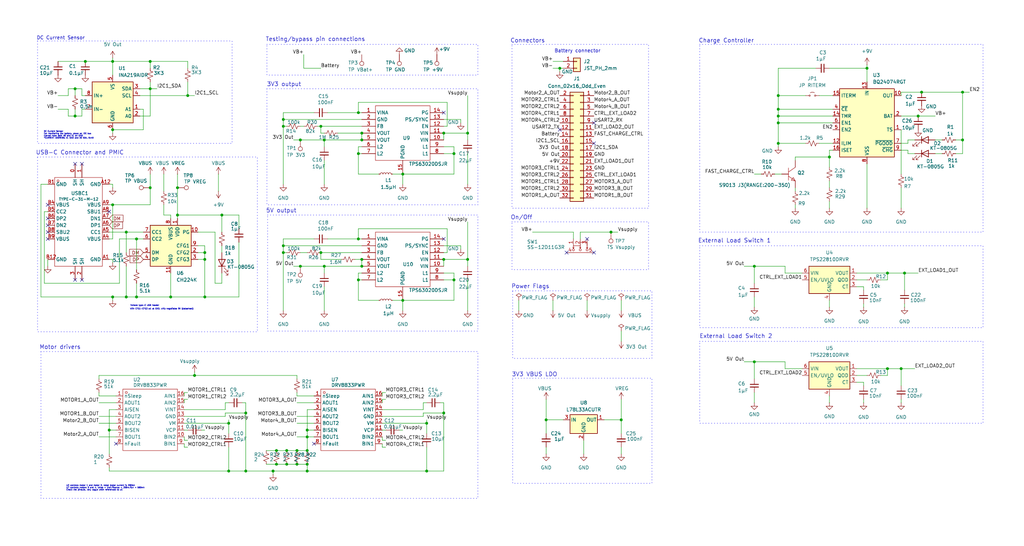
<source format=kicad_sch>
(kicad_sch (version 20250114) (generator "eeschema") (generator_version "9.0")
  (paper "User" 381 203.2)
  (title_block (title "Power Subsystem") (date "2025-03-19") (rev "v1") (company "UCT") (comment 1 "Michael Smith") (comment 2 "Michael Lighton"))
  (lib_symbols
    (symbol "Battery_Management:BQ24074RGT"
      (property "Reference" "U" (at -8.89 13.97 0))
      (property "Value" "BQ24074RGT" (at 16.51 13.97 0))
      (symbol "BQ24074RGT_1_1"
        (pin input line (at -12.7 10.16 0) (length 2.54) (name "ITERM") (number "15"))
        (pin input line (at -12.7 5.08 0) (length 2.54) (name "~{CE}") (number "4"))
        (pin input line (at -12.7 2.54 0) (length 2.54) (name "TMR") (number "14"))
        (pin input line (at -12.7 0 0) (length 2.54) (name "EN1") (number "6"))
        (pin input line (at -12.7 -2.54 0) (length 2.54) (name "EN2") (number "5"))
        (pin passive line (at -12.7 -7.62 0) (length 2.54) (name "ILIM") (number "12"))
        (pin passive line (at -12.7 -10.16 0) (length 2.54) (name "ISET") (number "16"))
        (pin power_in line (at 0 15.24 270) (length 2.54) (name "IN") (number "13"))
        (pin passive line (at 0 -15.24 90) (length 2.54) (hide yes) (name "VSS") (number "17"))
        (pin power_in line (at 0 -15.24 90) (length 2.54) (name "VSS") (number "8"))
        (pin power_out line (at 12.7 10.16 180) (length 2.54) (name "OUT") (number "10"))
        (pin passive line (at 12.7 10.16 180) (length 2.54) (hide yes) (name "OUT") (number "11"))
        (pin power_out line (at 12.7 2.54 180) (length 2.54) (name "BAT") (number "2"))
        (pin passive line (at 12.7 2.54 180) (length 2.54) (hide yes) (name "BAT") (number "3"))
        (pin passive line (at 12.7 -2.54 180) (length 2.54) (name "TS") (number "1"))
        (pin open_collector line (at 12.7 -7.62 180) (length 2.54) (name "~{PGOOD}") (number "7"))
        (pin open_collector line (at 12.7 -10.16 180) (length 2.54) (name "~{CHG}") (number "9"))
      )
    )
    (symbol "Connector:TestPoint" (pin_numbers (hide yes)) (pin_names (offset 0.762) (hide yes))
      (property "Reference" "TP" (at 0 6.858 0))
      (property "Value" "TestPoint" (at 0 5.08 0))
      (symbol "TestPoint_1_1"
        (pin passive line (at 0 0 90) (length 2.54) (name "1") (number "1"))
      )
    )
    (symbol "Connector_Generic:Conn_01x02" (pin_names (offset 1.016) (hide yes))
      (property "Reference" "J" (at 0 2.54 0))
      (property "Value" "Conn_01x02" (at 0 -5.08 0))
      (symbol "Conn_01x02_1_1"
        (pin passive line (at -5.08 0 0) (length 3.81) (name "Pin_1") (number "1"))
        (pin passive line (at -5.08 -2.54 0) (length 3.81) (name "Pin_2") (number "2"))
      )
    )
    (symbol "Connector_Generic:Conn_02x16_Odd_Even" (pin_names (offset 1.016) (hide yes))
      (property "Reference" "J" (at 1.27 20.32 0))
      (property "Value" "Conn_02x16_Odd_Even" (at 1.27 -22.86 0))
      (symbol "Conn_02x16_Odd_Even_1_1"
        (pin passive line (at -5.08 17.78 0) (length 3.81) (name "Pin_1") (number "1"))
        (pin passive line (at -5.08 15.24 0) (length 3.81) (name "Pin_3") (number "3"))
        (pin passive line (at -5.08 12.7 0) (length 3.81) (name "Pin_5") (number "5"))
        (pin passive line (at -5.08 10.16 0) (length 3.81) (name "Pin_7") (number "7"))
        (pin passive line (at -5.08 7.62 0) (length 3.81) (name "Pin_9") (number "9"))
        (pin passive line (at -5.08 5.08 0) (length 3.81) (name "Pin_11") (number "11"))
        (pin passive line (at -5.08 2.54 0) (length 3.81) (name "Pin_13") (number "13"))
        (pin passive line (at -5.08 0 0) (length 3.81) (name "Pin_15") (number "15"))
        (pin passive line (at -5.08 -2.54 0) (length 3.81) (name "Pin_17") (number "17"))
        (pin passive line (at -5.08 -5.08 0) (length 3.81) (name "Pin_19") (number "19"))
        (pin passive line (at -5.08 -7.62 0) (length 3.81) (name "Pin_21") (number "21"))
        (pin passive line (at -5.08 -10.16 0) (length 3.81) (name "Pin_23") (number "23"))
        (pin passive line (at -5.08 -12.7 0) (length 3.81) (name "Pin_25") (number "25"))
        (pin passive line (at -5.08 -15.24 0) (length 3.81) (name "Pin_27") (number "27"))
        (pin passive line (at -5.08 -17.78 0) (length 3.81) (name "Pin_29") (number "29"))
        (pin passive line (at -5.08 -20.32 0) (length 3.81) (name "Pin_31") (number "31"))
        (pin passive line (at 7.62 17.78 180) (length 3.81) (name "Pin_2") (number "2"))
        (pin passive line (at 7.62 15.24 180) (length 3.81) (name "Pin_4") (number "4"))
        (pin passive line (at 7.62 12.7 180) (length 3.81) (name "Pin_6") (number "6"))
        (pin passive line (at 7.62 10.16 180) (length 3.81) (name "Pin_8") (number "8"))
        (pin passive line (at 7.62 7.62 180) (length 3.81) (name "Pin_10") (number "10"))
        (pin passive line (at 7.62 5.08 180) (length 3.81) (name "Pin_12") (number "12"))
        (pin passive line (at 7.62 2.54 180) (length 3.81) (name "Pin_14") (number "14"))
        (pin passive line (at 7.62 0 180) (length 3.81) (name "Pin_16") (number "16"))
        (pin passive line (at 7.62 -2.54 180) (length 3.81) (name "Pin_18") (number "18"))
        (pin passive line (at 7.62 -5.08 180) (length 3.81) (name "Pin_20") (number "20"))
        (pin passive line (at 7.62 -7.62 180) (length 3.81) (name "Pin_22") (number "22"))
        (pin passive line (at 7.62 -10.16 180) (length 3.81) (name "Pin_24") (number "24"))
        (pin passive line (at 7.62 -12.7 180) (length 3.81) (name "Pin_26") (number "26"))
        (pin passive line (at 7.62 -15.24 180) (length 3.81) (name "Pin_28") (number "28"))
        (pin passive line (at 7.62 -17.78 180) (length 3.81) (name "Pin_30") (number "30"))
        (pin passive line (at 7.62 -20.32 180) (length 3.81) (name "Pin_32") (number "32"))
      )
    )
    (symbol "Device:C_Small" (pin_numbers (hide yes)) (pin_names (offset 0.254) (hide yes))
      (property "Reference" "C" (at 0.254 1.778 0))
      (property "Value" "C_Small" (at 0.254 -2.032 0))
      (symbol "C_Small_1_1"
        (pin passive line (at 0 2.54 270) (length 2.032) (name "~") (number "1"))
        (pin passive line (at 0 -2.54 90) (length 2.032) (name "~") (number "2"))
      )
    )
    (symbol "Device:LED" (pin_numbers (hide yes)) (pin_names (offset 1.016) (hide yes))
      (property "Reference" "D" (at 0 2.54 0))
      (property "Value" "LED" (at 0 -2.54 0))
      (symbol "LED_1_1"
        (pin passive line (at -3.81 0 0) (length 2.54) (name "K") (number "1"))
        (pin passive line (at 3.81 0 180) (length 2.54) (name "A") (number "2"))
      )
    )
    (symbol "Device:L_Small" (pin_numbers (hide yes)) (pin_names (offset 0.254) (hide yes))
      (property "Reference" "L" (at 0.762 1.016 0))
      (property "Value" "L_Small" (at 0.762 -1.016 0))
      (symbol "L_Small_1_1"
        (pin passive line (at 0 2.54 270) (length 0.508) (name "~") (number "1"))
        (pin passive line (at 0 -2.54 90) (length 0.508) (name "~") (number "2"))
      )
    )
    (symbol "Device:R_Small_US" (pin_numbers (hide yes)) (pin_names (offset 0.254) (hide yes))
      (property "Reference" "R" (at 0.762 0.508 0))
      (property "Value" "R_Small_US" (at 0.762 -1.016 0))
      (symbol "R_Small_US_1_1"
        (pin passive line (at 0 2.54 270) (length 1.016) (name "~") (number "1"))
        (pin passive line (at 0 -2.54 90) (length 1.016) (name "~") (number "2"))
      )
    )
    (symbol "Interface_USB:CH224K"
      (property "Reference" "U" (at -7.874 -8.89 0))
      (property "Value" "CH224K" (at 3.048 -8.89 0))
      (symbol "CH224K_1_1"
        (pin bidirectional line (at -10.16 5.08 0) (length 2.54) (name "CC1") (number "7"))
        (pin bidirectional line (at -10.16 2.54 0) (length 2.54) (name "CC2") (number "6"))
        (pin bidirectional line (at -10.16 -2.54 0) (length 2.54) (name "DM") (number "5"))
        (pin bidirectional line (at -10.16 -5.08 0) (length 2.54) (name "DP") (number "4"))
        (pin passive line (at 0 10.16 270) (length 2.54) (name "VBUS") (number "8"))
        (pin power_in line (at 0 -10.16 90) (length 2.54) (name "GND") (number "11"))
        (pin power_in line (at 2.54 10.16 270) (length 2.54) (name "VDD") (number "1"))
        (pin open_collector line (at 10.16 5.08 180) (length 2.54) (name "PG") (number "10"))
        (pin passive line (at 10.16 0 180) (length 2.54) (name "CFG1") (number "9"))
        (pin passive line (at 10.16 -2.54 180) (length 2.54) (name "CFG2") (number "2"))
        (pin passive line (at 10.16 -5.08 180) (length 2.54) (name "CFG3") (number "3"))
      )
    )
    (symbol "Jumper:Jumper_2_Small_Open" (pin_numbers (hide yes)) (pin_names (offset 0) (hide yes)) (exclude_from_sim yes)
      (property "Reference" "JP" (at 0 2.794 0))
      (property "Value" "Jumper_2_Small_Open" (at 0 -2.286 0))
      (symbol "Jumper_2_Small_Open_1_1"
        (pin passive line (at -2.54 0 0) (length 1.27) (name "A") (number "1"))
        (pin passive line (at 2.54 0 180) (length 1.27) (name "B") (number "2"))
      )
    )
    (symbol "Power_Management:TPS22810DRV"
      (property "Reference" "U" (at -6.35 6.35 0))
      (property "Value" "TPS22810DRV" (at 7.62 -6.35 0))
      (symbol "TPS22810DRV_1_1"
        (pin power_in line (at -10.16 2.54 0) (length 2.54) (name "VIN") (number "6"))
        (pin input line (at -10.16 0 0) (length 2.54) (name "EN/UVLO") (number "5"))
        (pin power_in line (at 0 -7.62 90) (length 2.54) (name "GND") (number "4"))
        (pin passive line (at 0 -7.62 90) (length 2.54) (hide yes) (name "GND") (number "7"))
        (pin power_out line (at 10.16 2.54 180) (length 2.54) (name "VOUT") (number "1"))
        (pin open_collector line (at 10.16 0 180) (length 2.54) (name "QOD") (number "2"))
        (pin output line (at 10.16 -2.54 180) (length 2.54) (name "CT") (number "3"))
      )
    )
    (symbol "Regulator_Linear:L78L33_SOT89" (pin_names (offset 0.254))
      (property "Reference" "U" (at -3.81 3.175 0))
      (property "Value" "L78L33_SOT89" (at -0.635 3.175 0))
      (symbol "L78L33_SOT89_1_1"
        (pin power_in line (at -7.62 0 0) (length 2.54) (name "IN") (number "3"))
        (pin power_in line (at 0 -7.62 90) (length 2.54) (name "GND") (number "2"))
        (pin power_out line (at 7.62 0 180) (length 2.54) (name "OUT") (number "1"))
      )
    )
    (symbol "S9013 J31_S9013 J3-altium-import:root_0_S9013 J3(RANGE{colon}200-350)_" (pin_numbers (hide yes)) (pin_names (hide yes))
      (symbol "root_0_S9013 J3(RANGE{colon}200-350)__1_0"
        (pin passive line (at -2.54 0 0) (length 2.54) (name "B") (number "1"))
        (pin passive line (at 2.54 5.08 270) (length 2.54) (name "C") (number "3"))
        (pin passive line (at 2.54 -5.08 90) (length 2.54) (name "E") (number "2"))
      )
    )
    (symbol "SS-12D11G3R1_SS-12D11G3R-altium-import:root_0_SS-12D11G3R_" (pin_names (hide yes))
      (symbol "root_0_SS-12D11G3R__1_0"
        (pin passive line (at -5.08 -2.54 0) (length 2.54) (name "4") (number "4"))
        (pin passive line (at -2.54 2.54 270) (length 2.54) (name "1") (number "1"))
        (pin passive line (at 0 2.54 270) (length 2.54) (name "2") (number "2"))
        (pin passive line (at 2.54 2.54 270) (length 2.54) (name "3") (number "3"))
        (pin passive line (at 5.08 -2.54 180) (length 2.54) (name "5") (number "5"))
      )
    )
    (symbol "Sensor_Energy:INA219AxD"
      (property "Reference" "U" (at -6.35 8.89 0))
      (property "Value" "INA219AxD" (at 5.08 8.89 0))
      (symbol "INA219AxD_1_1"
        (pin input line (at -10.16 2.54 0) (length 2.54) (name "IN+") (number "8"))
        (pin input line (at -10.16 -2.54 0) (length 2.54) (name "IN-") (number "7"))
        (pin power_in line (at 0 10.16 270) (length 2.54) (name "VS") (number "5"))
        (pin power_in line (at 0 -10.16 90) (length 2.54) (name "GND") (number "6"))
        (pin bidirectional line (at 10.16 5.08 180) (length 2.54) (name "SDA") (number "3"))
        (pin input line (at 10.16 2.54 180) (length 2.54) (name "SCL") (number "4"))
        (pin input line (at 10.16 -2.54 180) (length 2.54) (name "A1") (number "1"))
        (pin input line (at 10.16 -5.08 180) (length 2.54) (name "A0") (number "2"))
      )
    )
    (symbol "TPS63020DSJR1_TPS63020DSJR-altium-import:root_0_TPS63020DSJR_"
      (symbol "root_0_TPS63020DSJR__1_0"
        (pin passive line (at -15.24 10.16 0) (length 5.08) (name "VINA") (number "1"))
        (pin passive line (at -15.24 7.62 0) (length 5.08) (name "GND") (number "2"))
        (pin passive line (at -15.24 5.08 0) (length 5.08) (name "FB") (number "3"))
        (pin passive line (at -15.24 2.54 0) (length 5.08) (name "VOUT") (number "4"))
        (pin passive line (at -15.24 0 0) (length 5.08) (name "VOUT") (number "5"))
        (pin passive line (at -15.24 -2.54 0) (length 5.08) (name "L2") (number "6"))
        (pin passive line (at -15.24 -5.08 0) (length 5.08) (name "L2") (number "7"))
        (pin passive line (at 0 -12.7 90) (length 5.08) (name "PGND") (number "15"))
        (pin passive line (at 15.24 10.16 180) (length 5.08) (name "PG") (number "14"))
        (pin passive line (at 15.24 7.62 180) (length 5.08) (name "PS/SYNC") (number "13"))
        (pin passive line (at 15.24 5.08 180) (length 5.08) (name "EN") (number "12"))
        (pin passive line (at 15.24 2.54 180) (length 5.08) (name "VIN") (number "11"))
        (pin passive line (at 15.24 0 180) (length 5.08) (name "VIN") (number "10"))
        (pin passive line (at 15.24 -2.54 180) (length 5.08) (name "L1") (number "9"))
        (pin passive line (at 15.24 -5.08 180) (length 5.08) (name "L1") (number "8"))
      )
    )
    (symbol "hbridge-altium-import:root_0_DRV8833PWR_"
      (symbol "root_0_DRV8833PWR__1_0"
        (pin passive line (at -12.7 8.89 0) (length 2.54) (name "nSleep") (number "1"))
        (pin passive line (at -12.7 6.35 0) (length 2.54) (name "AOUT1") (number "2"))
        (pin passive line (at -12.7 3.81 0) (length 2.54) (name "AISEN") (number "3"))
        (pin passive line (at -12.7 1.27 0) (length 2.54) (name "AOUT2") (number "4"))
        (pin passive line (at -12.7 -1.27 0) (length 2.54) (name "BOUT2") (number "5"))
        (pin passive line (at -12.7 -3.81 0) (length 2.54) (name "BISEN") (number "6"))
        (pin passive line (at -12.7 -6.35 0) (length 2.54) (name "BOUT1") (number "7"))
        (pin passive line (at -12.7 -8.89 0) (length 2.54) (name "nFault") (number "8"))
        (pin passive line (at 12.7 8.89 180) (length 2.54) (name "AIN1") (number "16"))
        (pin passive line (at 12.7 6.35 180) (length 2.54) (name "AIN2") (number "15"))
        (pin passive line (at 12.7 3.81 180) (length 2.54) (name "VINT") (number "14"))
        (pin passive line (at 12.7 1.27 180) (length 2.54) (name "GND") (number "13"))
        (pin passive line (at 12.7 -1.27 180) (length 2.54) (name "VM") (number "12"))
        (pin passive line (at 12.7 -3.81 180) (length 2.54) (name "VCP") (number "11"))
        (pin passive line (at 12.7 -6.35 180) (length 2.54) (name "BIN2") (number "10"))
        (pin passive line (at 12.7 -8.89 180) (length 2.54) (name "BIN1") (number "9"))
      )
    )
    (symbol "power:+9V" (power) (pin_numbers (hide yes)) (pin_names (offset 0) (hide yes))
      (property "Value" "+9V" (at 0 3.556 0))
      (symbol "+9V_1_1"
        (pin power_in line (at 0 0 90) (length 0) (name "~") (number "1"))
      )
    )
    (symbol "power:GND" (power) (pin_numbers (hide yes)) (pin_names (offset 0) (hide yes))
      (property "Value" "GND" (at 0 -3.81 0))
      (symbol "GND_1_1"
        (pin power_in line (at 0 0 270) (length 0) (name "~") (number "1"))
      )
    )
    (symbol "power:PWR_FLAG" (power) (pin_numbers (hide yes)) (pin_names (offset 0) (hide yes))
      (property "Value" "PWR_FLAG" (at 0 3.81 0))
      (symbol "PWR_FLAG_0_0"
        (pin power_out line (at 0 0 90) (length 0) (name "~") (number "1"))
      )
    )
    (symbol "power:VCC" (power) (pin_numbers (hide yes)) (pin_names (offset 0) (hide yes))
      (property "Value" "VCC" (at 0 3.556 0))
      (symbol "VCC_1_1"
        (pin power_in line (at 0 0 90) (length 0) (name "~") (number "1"))
      )
    )
    (symbol "usb_c-altium-import:root_0_TYPE-C-31-M-12_"
      (symbol "root_0_TYPE-C-31-M-12__1_0"
        (pin passive line (at -11.43 13.97 0) (length 2.54) (name "GND") (number "B1"))
        (pin passive line (at -11.43 6.35 0) (length 2.54) (name "VBUS") (number "B4"))
        (pin passive line (at -11.43 3.81 0) (length 2.54) (name "CC2") (number "B5"))
        (pin passive line (at -11.43 1.27 0) (length 2.54) (name "DP2") (number "B6"))
        (pin passive line (at -11.43 -1.27 0) (length 2.54) (name "DN2") (number "B7"))
        (pin passive line (at -11.43 -3.81 0) (length 2.54) (name "SBU2") (number "B8"))
        (pin passive line (at -11.43 -6.35 0) (length 2.54) (name "VBUS") (number "B9"))
        (pin passive line (at -11.43 -13.97 0) (length 2.54) (name "GND") (number "B12"))
        (pin passive line (at -1.27 21.59 270) (length 5.08) (name "SH") (number "0"))
        (pin passive line (at -1.27 -21.59 90) (length 5.08) (name "SH") (number "3"))
        (pin passive line (at 1.27 21.59 270) (length 5.08) (name "SH") (number "1"))
        (pin passive line (at 1.27 -21.59 90) (length 5.08) (name "SH") (number "2"))
        (pin passive line (at 11.43 13.97 180) (length 2.54) (name "GND") (number "A12"))
        (pin passive line (at 11.43 6.35 180) (length 2.54) (name "VBUS") (number "A9"))
        (pin passive line (at 11.43 3.81 180) (length 2.54) (name "SBU1") (number "A8"))
        (pin passive line (at 11.43 1.27 180) (length 2.54) (name "DN1") (number "A7"))
        (pin passive line (at 11.43 -1.27 180) (length 2.54) (name "DP1") (number "A6"))
        (pin passive line (at 11.43 -3.81 180) (length 2.54) (name "CC1") (number "A5"))
        (pin passive line (at 11.43 -6.35 180) (length 2.54) (name "VBUS") (number "A4"))
        (pin passive line (at 11.43 -13.97 180) (length 2.54) (name "GND") (number "A1"))
      )
    )
  )
  (rectangle (start 260.35 91.44) (end 365.76 121.92) (stroke (width 0.254) (type dot) (color 74 68 255 1)))
  (rectangle (start 260.35 16.51) (end 365.76 86.36) (stroke (width 0.254) (type dot) (color 74 68 255 1)))
  (rectangle (start 190.754 108.204) (end 242.57 133.35) (stroke (width 0.254) (type dot) (color 74 68 255 1)))
  (rectangle (start 13.97 15.24) (end 86.36 53.34) (stroke (width 0.254) (type dot) (color 74 68 255 1)))
  (rectangle (start 15.24 130.81) (end 177.8 185.42) (stroke (width 0.254) (type dot) (color 74 68 255 1)))
  (rectangle (start 99.314 33.02) (end 177.8 76.2) (stroke (width 0.254) (type dot) (color 74 68 255 1)))
  (rectangle (start 99.314 16.51) (end 177.8 27.94) (stroke (width 0.254) (type dot) (color 74 68 255 1)))
  (rectangle (start 190.5 16.51) (end 241.3 77.47) (stroke (width 0.254) (type dot) (color 74 68 255 1)))
  (rectangle (start 13.97 58.42) (end 95.758 123.444) (stroke (width 0.254) (type dot) (color 74 68 255 1)))
  (rectangle (start 260.35 127) (end 365.76 157.48) (stroke (width 0.254) (type dot) (color 74 68 255 1)))
  (rectangle (start 190.5 82.55) (end 241.3 100.33) (stroke (width 0.254) (type dot) (color 74 68 255 1)))
  (rectangle (start 99.568 80.01) (end 177.8 123.19) (stroke (width 0.254) (type dot) (color 74 68 255 1)))
  (rectangle (start 190.754 140.716) (end 242.57 179.832) (stroke (width 0.254) (type dot) (color 74 68 255 1)))
  (text "Battery connector\n" (exclude_from_sim yes) (at 214.884 19.05 0) (effects (font (size 1.27 1.27))))
  (text "3V3 VBUS LDO\n" (at 198.882 139.446 0) (effects (font (size 1.524 1.524))))
  (text "U2 controls motor 1 and motor 2, rated motor current is 200mA\nU7 controls motors 3 and 4, Ichop = Vref/Rsense = 200m/0.4 = 500mA\nCheck the pinouts, very vague when referenced to uC\n" (at 24.638 181.61 0) (effects (font (size 0.508 0.508)) (justify left)))
  (text "DC Current Sensor" (at 22.606 14.224 0) (effects (font (size 1.27 1.27))))
  (text "External Load Switch 2\n" (at 273.812 125.222 0) (effects (font (size 1.524 1.524))))
  (text "Connectors" (at 196.342 15.24 0) (effects (font (size 1.524 1.524))))
  (text "DC Current Sensor\nFor monitoring the battery, place on I2C bus \nCannot have both A0 and A1 on GND\n*CURRENT ADDRESS: A1 GND and A0 SDA, 0x40" (at 16.256 50.292 0) (effects (font (size 0.508 0.508)) (justify left)))
  (text "Power Flags\n" (at 197.358 106.68 0) (effects (font (size 1.524 1.524))))
  (text "Motor drivers" (at 22.352 129.286 0) (effects (font (size 1.524 1.524))))
  (text "Charge Controller" (at 270.256 15.24 0) (effects (font (size 1.524 1.524))))
  (text "Female type-C USB header\n" (at 53.848 113.792 0) (effects (font (size 0.508 0.508))))
  (text "3V3 output\n" (at 105.664 31.496 0) (effects (font (size 1.524 1.524))))
  (text "On/Off\n" (at 194.056 81.026 0) (effects (font (size 1.524 1.524))))
  (text "5V output\n" (at 104.648 78.486 0) (effects (font (size 1.524 1.524))))
  (text "Testing/bypass pin connections" (at 117.348 14.732 0) (effects (font (size 1.524 1.524))))
  (text "With CFG1-CFG3 all at GND, chip negotiates 9V (datasheet)" (at 60.198 115.062 0) (effects (font (size 0.508 0.508))))
  (text "External Load Switch 1\n" (at 273.304 89.662 0) (effects (font (size 1.524 1.524))))
  (text "USB-C Connector and PMIC" (at 29.718 56.896 0) (effects (font (size 1.524 1.524))))
  (junction (at 289.56 53.34))
  (junction (at 76.2 96.52))
  (junction (at 149.86 64.77))
  (junction (at 149.86 111.76))
  (junction (at 133.35 41.91))
  (junction (at 91.44 175.26))
  (junction (at 133.35 104.14))
  (junction (at 289.56 43.18))
  (junction (at 110.49 172.72))
  (junction (at 133.35 88.9))
  (junction (at 289.56 40.64))
  (junction (at 308.61 58.42))
  (junction (at 158.75 157.48))
  (junction (at 31.75 22.86))
  (junction (at 110.49 167.64))
  (junction (at 341.63 43.18))
  (junction (at 114.3 175.26))
  (junction (at 41.91 76.2))
  (junction (at 134.62 52.07))
  (junction (at 280.67 99.06))
  (junction (at 102.87 167.64))
  (junction (at 208.28 25.4))
  (junction (at 40.64 160.02))
  (junction (at 134.62 96.52))
  (junction (at 203.2 156.21))
  (junction (at 114.3 167.64))
  (junction (at 111.76 99.06))
  (junction (at 335.28 137.16))
  (junction (at 72.39 139.7))
  (junction (at 168.91 104.14))
  (junction (at 41.91 110.49))
  (junction (at 165.1 153.67))
  (junction (at 114.3 172.72))
  (junction (at 280.67 134.62))
  (junction (at 134.62 99.06))
  (junction (at 114.3 160.02))
  (junction (at 105.41 44.45))
  (junction (at 133.35 57.15))
  (junction (at 55.88 22.86))
  (junction (at 358.14 52.07))
  (junction (at 82.55 80.01))
  (junction (at 105.41 91.44))
  (junction (at 158.75 175.26))
  (junction (at 134.62 49.53))
  (junction (at 120.65 52.07))
  (junction (at 66.04 80.01))
  (junction (at 330.2 101.6))
  (junction (at 76.2 93.98))
  (junction (at 173.99 96.52))
  (junction (at 105.41 93.98))
  (junction (at 106.68 172.72))
  (junction (at 322.58 25.4))
  (junction (at 114.3 162.56))
  (junction (at 69.85 35.56))
  (junction (at 91.44 153.67))
  (junction (at 111.76 52.07))
  (junction (at 50.8 88.9))
  (junction (at 55.88 69.85))
  (junction (at 105.41 46.99))
  (junction (at 63.5 110.49))
  (junction (at 173.99 49.53))
  (junction (at 289.56 45.72))
  (junction (at 55.88 33.02))
  (junction (at 358.14 34.29))
  (junction (at 231.14 156.21))
  (junction (at 342.9 34.29))
  (junction (at 27.94 43.18))
  (junction (at 27.94 33.02))
  (junction (at 119.38 93.98))
  (junction (at 330.2 137.16))
  (junction (at 76.2 110.49))
  (junction (at 85.09 157.48))
  (junction (at 168.91 57.15))
  (junction (at 102.87 172.72))
  (junction (at 165.1 96.52))
  (junction (at 227.33 86.36))
  (junction (at 66.04 69.85))
  (junction (at 41.91 22.86))
  (junction (at 119.38 46.99))
  (junction (at 289.56 35.56))
  (junction (at 165.1 49.53))
  (junction (at 41.91 48.26))
  (junction (at 106.68 167.64))
  (junction (at 336.55 101.6))
  (junction (at 120.65 99.06))
  (junction (at 46.99 110.49))
  (junction (at 50.8 110.49))
  (junction (at 101.6 175.26))
  (junction (at 85.09 175.26))
  (junction (at 46.99 86.36))
  (no_connect (at 40.64 78.74))
  (no_connect (at 17.78 76.2))
  (no_connect (at 116.84 165.1))
  (no_connect (at 210.82 93.98))
  (no_connect (at 27.94 104.14))
  (no_connect (at 17.78 88.9))
  (no_connect (at 208.28 48.26))
  (no_connect (at 43.18 165.1))
  (no_connect (at 17.78 86.36))
  (no_connect (at 218.44 88.9))
  (no_connect (at 165.1 41.91))
  (no_connect (at 17.78 83.82))
  (no_connect (at 220.98 53.34))
  (no_connect (at 30.48 104.14))
  (no_connect (at 165.1 88.9))
  (no_connect (at 30.48 60.96))
  (no_connect (at 17.78 81.28))
  (no_connect (at 27.94 60.96))
  (no_connect (at 220.98 93.98))
  (no_connect (at 220.98 45.72))
  (wire (pts (xy 114.3 162.56) (xy 114.3 160.02)))
  (wire (pts (xy 231.14 111.76) (xy 231.14 115.57)))
  (wire (pts (xy 203.2 156.21) (xy 209.55 156.21)))
  (wire (pts (xy 76.2 96.52) (xy 76.2 110.49)))
  (wire (pts (xy 110.49 147.32) (xy 110.49 146.05)))
  (wire (pts (xy 166.37 38.1) (xy 133.35 38.1)))
  (wire (pts (xy 41.91 110.49) (xy 46.99 110.49)))
  (wire (pts (xy 289.56 40.64) (xy 289.56 43.18)))
  (wire (pts (xy 36.83 147.32) (xy 36.83 146.05)))
  (wire (pts (xy 40.64 160.02) (xy 43.18 160.02)))
  (wire (pts (xy 40.64 175.26) (xy 85.09 175.26)))
  (wire (pts (xy 114.3 172.72) (xy 114.3 175.26)))
  (wire (pts (xy 217.17 163.83) (xy 217.17 168.91)))
  (wire (pts (xy 21.59 35.56) (xy 25.4 35.56)))
  (wire (pts (xy 173.99 96.52) (xy 173.99 99.06)))
  (wire (pts (xy 289.56 35.56) (xy 299.72 35.56)))
  (wire (pts (xy 289.56 45.72) (xy 309.88 45.72)))
  (wire (pts (xy 52.07 33.02) (xy 55.88 33.02)))
  (wire (pts (xy 355.6 57.15) (xy 358.14 57.15)))
  (wire (pts (xy 133.35 88.9) (xy 134.62 88.9)))
  (wire (pts (xy 76.2 93.98) (xy 76.2 96.52)))
  (wire (pts (xy 280.67 134.62) (xy 292.1 134.62)))
  (wire (pts (xy 335.28 148.59) (xy 335.28 149.86)))
  (wire (pts (xy 321.31 106.68) (xy 321.31 107.95)))
  (wire (pts (xy 73.66 96.52) (xy 76.2 96.52)))
  (wire (pts (xy 142.24 148.59) (xy 143.51 148.59)))
  (wire (pts (xy 105.41 88.9) (xy 116.84 88.9)))
  (wire (pts (xy 142.24 157.48) (xy 158.75 157.48)))
  (wire (pts (xy 133.35 41.91) (xy 134.62 41.91)))
  (wire (pts (xy 158.75 156.21) (xy 158.75 157.48)))
  (wire (pts (xy 318.77 137.16) (xy 330.2 137.16)))
  (wire (pts (xy 308.61 67.31) (xy 308.61 69.85)))
  (wire (pts (xy 208.28 25.4) (xy 209.55 25.4)))
  (wire (pts (xy 308.61 111.76) (xy 308.61 114.3)))
  (wire (pts (xy 330.2 137.16) (xy 330.2 139.7)))
  (wire (pts (xy 165.1 44.45) (xy 171.45 44.45)))
  (wire (pts (xy 231.14 148.59) (xy 231.14 156.21)))
  (wire (pts (xy 298.45 101.6) (xy 292.1 101.6)))
  (wire (pts (xy 292.1 101.6) (xy 292.1 99.06)))
  (wire (pts (xy 121.92 88.9) (xy 133.35 88.9)))
  (wire (pts (xy 119.38 93.98) (xy 134.62 93.98)))
  (wire (pts (xy 66.04 69.85) (xy 66.04 80.01)))
  (wire (pts (xy 193.04 111.76) (xy 193.04 115.57)))
  (wire (pts (xy 335.28 137.16) (xy 340.36 137.16)))
  (wire (pts (xy 165.1 153.67) (xy 165.1 175.26)))
  (wire (pts (xy 36.83 139.7) (xy 36.83 140.97)))
  (wire (pts (xy 91.44 153.67) (xy 91.44 175.26)))
  (wire (pts (xy 44.45 88.9) (xy 50.8 88.9)))
  (wire (pts (xy 82.55 101.6) (xy 82.55 105.41)))
  (wire (pts (xy 149.86 64.77) (xy 168.91 64.77)))
  (wire (pts (xy 110.49 162.56) (xy 114.3 162.56)))
  (wire (pts (xy 119.38 93.98) (xy 119.38 96.52)))
  (wire (pts (xy 30.48 40.64) (xy 30.48 43.18)))
  (wire (pts (xy 55.88 33.02) (xy 58.42 33.02)))
  (wire (pts (xy 295.91 58.42) (xy 308.61 58.42)))
  (wire (pts (xy 30.48 35.56) (xy 31.75 35.56)))
  (wire (pts (xy 15.24 110.49) (xy 41.91 110.49)))
  (wire (pts (xy 163.83 149.86) (xy 165.1 149.86)))
  (wire (pts (xy 76.2 110.49) (xy 63.5 110.49)))
  (wire (pts (xy 41.91 96.52) (xy 41.91 97.79)))
  (wire (pts (xy 337.82 57.15) (xy 340.36 57.15)))
  (wire (pts (xy 109.22 99.06) (xy 111.76 99.06)))
  (wire (pts (xy 106.68 167.64) (xy 110.49 167.64)))
  (wire (pts (xy 158.75 166.37) (xy 158.75 175.26)))
  (wire (pts (xy 173.99 82.55) (xy 173.99 96.52)))
  (wire (pts (xy 133.35 85.09) (xy 133.35 88.9)))
  (wire (pts (xy 280.67 99.06) (xy 280.67 105.41)))
  (wire (pts (xy 322.58 60.96) (xy 322.58 77.47)))
  (wire (pts (xy 205.74 22.86) (xy 209.55 22.86)))
  (wire (pts (xy 41.91 76.2) (xy 55.88 76.2)))
  (wire (pts (xy 213.36 86.36) (xy 213.36 88.9)))
  (wire (pts (xy 82.55 105.41) (xy 80.01 105.41)))
  (wire (pts (xy 73.66 86.36) (xy 80.01 86.36)))
  (wire (pts (xy 304.8 35.56) (xy 309.88 35.56)))
  (wire (pts (xy 322.58 25.4) (xy 322.58 30.48)))
  (wire (pts (xy 342.9 34.29) (xy 358.14 34.29)))
  (wire (pts (xy 330.2 101.6) (xy 330.2 104.14)))
  (wire (pts (xy 41.91 76.2) (xy 41.91 88.9)))
  (wire (pts (xy 166.37 85.09) (xy 133.35 85.09)))
  (wire (pts (xy 68.58 154.94) (xy 83.82 154.94)))
  (wire (pts (xy 82.55 80.01) (xy 88.9 80.01)))
  (wire (pts (xy 85.09 175.26) (xy 91.44 175.26)))
  (wire (pts (xy 336.55 101.6) (xy 336.55 107.95)))
  (wire (pts (xy 114.3 160.02) (xy 116.84 160.02)))
  (wire (pts (xy 335.28 53.34) (xy 337.82 53.34)))
  (wire (pts (xy 355.6 52.07) (xy 358.14 52.07)))
  (wire (pts (xy 120.65 52.07) (xy 134.62 52.07)))
  (wire (pts (xy 298.45 137.16) (xy 292.1 137.16)))
  (wire (pts (xy 41.91 48.26) (xy 53.34 48.26)))
  (wire (pts (xy 142.24 152.4) (xy 157.48 152.4)))
  (wire (pts (xy 165.1 46.99) (xy 166.37 46.99)))
  (wire (pts (xy 41.91 22.86) (xy 55.88 22.86)))
  (wire (pts (xy 46.99 99.06) (xy 46.99 110.49)))
  (wire (pts (xy 330.2 137.16) (xy 335.28 137.16)))
  (wire (pts (xy 140.97 111.76) (xy 133.35 111.76)))
  (wire (pts (xy 289.56 53.34) (xy 289.56 54.61)))
  (wire (pts (xy 102.87 167.64) (xy 106.68 167.64)))
  (wire (pts (xy 101.6 175.26) (xy 114.3 175.26)))
  (wire (pts (xy 25.4 40.64) (xy 25.4 43.18)))
  (wire (pts (xy 88.9 80.01) (xy 88.9 85.09)))
  (wire (pts (xy 171.45 91.44) (xy 171.45 92.71)))
  (wire (pts (xy 119.38 46.99) (xy 134.62 46.99)))
  (wire (pts (xy 168.91 111.76) (xy 168.91 104.14)))
  (wire (pts (xy 318.77 104.14) (xy 322.58 104.14)))
  (wire (pts (xy 99.06 172.72) (xy 102.87 172.72)))
  (wire (pts (xy 27.94 40.64) (xy 27.94 43.18)))
  (wire (pts (xy 105.41 46.99) (xy 106.68 46.99)))
  (wire (pts (xy 73.66 93.98) (xy 76.2 93.98)))
  (wire (pts (xy 341.63 43.18) (xy 347.98 43.18)))
  (wire (pts (xy 40.64 160.02) (xy 40.64 152.4)))
  (wire (pts (xy 85.09 157.48) (xy 85.09 161.29)))
  (wire (pts (xy 203.2 166.37) (xy 203.2 168.91)))
  (wire (pts (xy 318.77 142.24) (xy 321.31 142.24)))
  (wire (pts (xy 111.76 93.98) (xy 114.3 93.98)))
  (wire (pts (xy 142.24 162.56) (xy 142.24 163.83)))
  (wire (pts (xy 63.5 80.01) (xy 63.5 81.28)))
  (wire (pts (xy 295.91 76.2) (xy 295.91 77.47)))
  (wire (pts (xy 40.64 152.4) (xy 43.18 152.4)))
  (wire (pts (xy 309.88 55.88) (xy 308.61 55.88)))
  (wire (pts (xy 82.55 80.01) (xy 82.55 86.36)))
  (wire (pts (xy 149.86 111.76) (xy 168.91 111.76)))
  (wire (pts (xy 327.66 104.14) (xy 330.2 104.14)))
  (wire (pts (xy 120.65 99.06) (xy 134.62 99.06)))
  (wire (pts (xy 205.74 111.76) (xy 205.74 115.57)))
  (wire (pts (xy 335.28 69.85) (xy 335.28 77.47)))
  (wire (pts (xy 83.82 153.67) (xy 91.44 153.67)))
  (wire (pts (xy 116.84 147.32) (xy 110.49 147.32)))
  (wire (pts (xy 166.37 46.99) (xy 166.37 38.1)))
  (wire (pts (xy 41.91 22.86) (xy 41.91 27.94)))
  (wire (pts (xy 106.68 172.72) (xy 110.49 172.72)))
  (wire (pts (xy 142.24 165.1) (xy 142.24 166.37)))
  (wire (pts (xy 289.56 43.18) (xy 289.56 45.72)))
  (wire (pts (xy 173.99 35.56) (xy 173.99 49.53)))
  (wire (pts (xy 335.28 43.18) (xy 341.63 43.18)))
  (wire (pts (xy 16.51 78.74) (xy 16.51 105.41)))
  (wire (pts (xy 83.82 149.86) (xy 83.82 152.4)))
  (wire (pts (xy 336.55 101.6) (xy 341.63 101.6)))
  (wire (pts (xy 66.04 64.77) (xy 66.04 69.85)))
  (wire (pts (xy 149.86 111.76) (xy 149.86 115.57)))
  (wire (pts (xy 55.88 22.86) (xy 55.88 25.4)))
  (wire (pts (xy 308.61 55.88) (xy 308.61 58.42)))
  (wire (pts (xy 335.28 137.16) (xy 335.28 143.51)))
  (wire (pts (xy 132.08 96.52) (xy 134.62 96.52)))
  (wire (pts (xy 76.2 91.44) (xy 76.2 93.98)))
  (wire (pts (xy 40.64 175.26) (xy 40.64 173.99)))
  (wire (pts (xy 280.67 99.06) (xy 292.1 99.06)))
  (wire (pts (xy 15.24 68.58) (xy 15.24 110.49)))
  (wire (pts (xy 114.3 175.26) (xy 158.75 175.26)))
  (wire (pts (xy 102.87 172.72) (xy 106.68 172.72)))
  (wire (pts (xy 142.24 160.02) (xy 143.51 160.02)))
  (wire (pts (xy 142.24 163.83) (xy 143.51 163.83)))
  (wire (pts (xy 215.9 86.36) (xy 215.9 88.9)))
  (wire (pts (xy 41.91 110.49) (xy 41.91 111.76)))
  (wire (pts (xy 133.35 38.1) (xy 133.35 41.91)))
  (wire (pts (xy 289.56 45.72) (xy 289.56 53.34)))
  (wire (pts (xy 118.11 46.99) (xy 119.38 46.99)))
  (wire (pts (xy 289.56 43.18) (xy 309.88 43.18)))
  (wire (pts (xy 30.48 35.56) (xy 30.48 33.02)))
  (wire (pts (xy 15.24 68.58) (xy 17.78 68.58)))
  (wire (pts (xy 31.75 22.86) (xy 41.91 22.86)))
  (wire (pts (xy 36.83 149.86) (xy 43.18 149.86)))
  (wire (pts (xy 308.61 25.4) (xy 322.58 25.4)))
  (wire (pts (xy 68.58 152.4) (xy 83.82 152.4)))
  (wire (pts (xy 68.58 162.56) (xy 68.58 163.83)))
  (wire (pts (xy 114.3 160.02) (xy 114.3 152.4)))
  (wire (pts (xy 80.01 105.41) (xy 80.01 86.36)))
  (wire (pts (xy 158.75 175.26) (xy 165.1 175.26)))
  (wire (pts (xy 215.9 86.36) (xy 227.33 86.36)))
  (wire (pts (xy 121.92 41.91) (xy 133.35 41.91)))
  (wire (pts (xy 105.41 68.58) (xy 105.41 46.99)))
  (wire (pts (xy 166.37 93.98) (xy 166.37 85.09)))
  (wire (pts (xy 36.83 162.56) (xy 43.18 162.56)))
  (wire (pts (xy 335.28 35.56) (xy 335.28 34.29)))
  (wire (pts (xy 40.64 68.58) (xy 41.91 68.58)))
  (wire (pts (xy 52.07 35.56) (xy 69.85 35.56)))
  (wire (pts (xy 227.33 86.36) (xy 229.87 86.36)))
  (wire (pts (xy 149.86 64.77) (xy 149.86 68.58)))
  (wire (pts (xy 40.64 160.02) (xy 40.64 168.91)))
  (wire (pts (xy 111.76 46.99) (xy 113.03 46.99)))
  (wire (pts (xy 133.35 64.77) (xy 133.35 57.15)))
  (wire (pts (xy 321.31 142.24) (xy 321.31 143.51)))
  (wire (pts (xy 90.17 149.86) (xy 91.44 149.86)))
  (wire (pts (xy 157.48 153.67) (xy 165.1 153.67)))
  (wire (pts (xy 358.14 34.29) (xy 358.14 52.07)))
  (wire (pts (xy 66.04 80.01) (xy 66.04 81.28)))
  (wire (pts (xy 50.8 105.41) (xy 50.8 110.49)))
  (wire (pts (xy 40.64 96.52) (xy 41.91 96.52)))
  (wire (pts (xy 292.1 137.16) (xy 292.1 134.62)))
  (wire (pts (xy 91.44 149.86) (xy 91.44 153.67)))
  (wire (pts (xy 69.85 35.56) (xy 72.39 35.56)))
  (wire (pts (xy 43.18 147.32) (xy 36.83 147.32)))
  (wire (pts (xy 110.49 139.7) (xy 110.49 140.97)))
  (wire (pts (xy 36.83 154.94) (xy 43.18 154.94)))
  (wire (pts (xy 198.12 86.36) (xy 213.36 86.36)))
  (wire (pts (xy 83.82 154.94) (xy 83.82 153.67)))
  (wire (pts (xy 295.91 59.69) (xy 295.91 58.42)))
  (wire (pts (xy 110.49 154.94) (xy 116.84 154.94)))
  (wire (pts (xy 133.35 111.76) (xy 133.35 104.14)))
  (wire (pts (xy 113.03 20.32) (xy 113.03 25.4)))
  (wire (pts (xy 289.56 25.4) (xy 303.53 25.4)))
  (wire (pts (xy 110.49 172.72) (xy 114.3 172.72)))
  (wire (pts (xy 165.1 91.44) (xy 171.45 91.44)))
  (wire (pts (xy 280.67 134.62) (xy 280.67 140.97)))
  (wire (pts (xy 133.35 104.14) (xy 134.62 104.14)))
  (wire (pts (xy 165.1 149.86) (xy 165.1 153.67)))
  (wire (pts (xy 119.38 49.53) (xy 120.65 49.53)))
  (wire (pts (xy 68.58 147.32) (xy 68.58 146.05)))
  (wire (pts (xy 168.91 104.14) (xy 168.91 101.6)))
  (wire (pts (xy 68.58 160.02) (xy 69.85 160.02)))
  (wire (pts (xy 105.41 91.44) (xy 105.41 93.98)))
  (wire (pts (xy 72.39 139.7) (xy 110.49 139.7)))
  (wire (pts (xy 146.05 64.77) (xy 149.86 64.77)))
  (wire (pts (xy 114.3 162.56) (xy 116.84 162.56)))
  (wire (pts (xy 142.24 154.94) (xy 157.48 154.94)))
  (wire (pts (xy 337.82 55.88) (xy 337.82 57.15)))
  (wire (pts (xy 165.1 96.52) (xy 165.1 99.06)))
  (wire (pts (xy 168.91 54.61) (xy 165.1 54.61)))
  (wire (pts (xy 91.44 175.26) (xy 101.6 175.26)))
  (wire (pts (xy 134.62 96.52) (xy 134.62 99.06)))
  (wire (pts (xy 60.96 76.2) (xy 60.96 80.01)))
  (wire (pts (xy 142.24 146.05) (xy 143.51 146.05)))
  (wire (pts (xy 133.35 54.61) (xy 133.35 57.15)))
  (wire (pts (xy 336.55 113.03) (xy 336.55 114.3)))
  (wire (pts (xy 203.2 156.21) (xy 203.2 161.29)))
  (wire (pts (xy 134.62 101.6) (xy 133.35 101.6)))
  (wire (pts (xy 308.61 147.32) (xy 308.61 149.86)))
  (wire (pts (xy 158.75 149.86) (xy 157.48 149.86)))
  (wire (pts (xy 40.64 88.9) (xy 41.91 88.9)))
  (wire (pts (xy 119.38 46.99) (xy 119.38 49.53)))
  (wire (pts (xy 105.41 115.57) (xy 105.41 93.98)))
  (wire (pts (xy 85.09 166.37) (xy 85.09 175.26)))
  (wire (pts (xy 358.14 52.07) (xy 358.14 57.15)))
  (wire (pts (xy 46.99 110.49) (xy 50.8 110.49)))
  (wire (pts (xy 304.8 53.34) (xy 309.88 53.34)))
  (wire (pts (xy 53.34 86.36) (xy 46.99 86.36)))
  (wire (pts (xy 114.3 152.4) (xy 116.84 152.4)))
  (wire (pts (xy 134.62 54.61) (xy 133.35 54.61)))
  (wire (pts (xy 52.07 40.64) (xy 53.34 40.64)))
  (wire (pts (xy 173.99 57.15) (xy 173.99 68.58)))
  (wire (pts (xy 165.1 96.52) (xy 173.99 96.52)))
  (wire (pts (xy 289.56 53.34) (xy 299.72 53.34)))
  (wire (pts (xy 203.2 148.59) (xy 203.2 156.21)))
  (wire (pts (xy 134.62 49.53) (xy 134.62 52.07)))
  (wire (pts (xy 171.45 44.45) (xy 171.45 45.72)))
  (wire (pts (xy 335.28 34.29) (xy 342.9 34.29)))
  (wire (pts (xy 120.65 59.69) (xy 120.65 68.58)))
  (wire (pts (xy 335.28 48.26) (xy 335.28 64.77)))
  (wire (pts (xy 295.91 69.85) (xy 295.91 71.12)))
  (wire (pts (xy 27.94 33.02) (xy 27.94 35.56)))
  (wire (pts (xy 109.22 52.07) (xy 111.76 52.07)))
  (wire (pts (xy 105.41 93.98) (xy 106.68 93.98)))
  (wire (pts (xy 85.09 156.21) (xy 85.09 157.48)))
  (wire (pts (xy 111.76 52.07) (xy 120.65 52.07)))
  (wire (pts (xy 165.1 49.53) (xy 173.99 49.53)))
  (wire (pts (xy 157.48 149.86) (xy 157.48 152.4)))
  (wire (pts (xy 105.41 91.44) (xy 134.62 91.44)))
  (wire (pts (xy 17.78 96.52) (xy 17.78 99.06)))
  (wire (pts (xy 173.99 49.53) (xy 173.99 52.07)))
  (wire (pts (xy 142.24 166.37) (xy 143.51 166.37)))
  (wire (pts (xy 69.85 30.48) (xy 69.85 35.56)))
  (wire (pts (xy 105.41 46.99) (xy 105.41 44.45)))
  (wire (pts (xy 120.65 52.07) (xy 120.65 54.61)))
  (wire (pts (xy 318.77 106.68) (xy 321.31 106.68)))
  (wire (pts (xy 66.04 80.01) (xy 82.55 80.01)))
  (wire (pts (xy 120.65 99.06) (xy 120.65 101.6)))
  (wire (pts (xy 289.56 35.56) (xy 289.56 40.64)))
  (wire (pts (xy 72.39 138.43) (xy 72.39 139.7)))
  (wire (pts (xy 60.96 80.01) (xy 63.5 80.01)))
  (wire (pts (xy 31.75 40.64) (xy 30.48 40.64)))
  (wire (pts (xy 347.98 52.07) (xy 350.52 52.07)))
  (wire (pts (xy 110.49 167.64) (xy 114.3 167.64)))
  (wire (pts (xy 85.09 149.86) (xy 83.82 149.86)))
  (wire (pts (xy 173.99 104.14) (xy 173.99 115.57)))
  (wire (pts (xy 44.45 88.9) (xy 44.45 105.41)))
  (wire (pts (xy 50.8 88.9) (xy 50.8 100.33)))
  (wire (pts (xy 148.59 160.02) (xy 149.86 160.02)))
  (wire (pts (xy 68.58 166.37) (xy 69.85 166.37)))
  (wire (pts (xy 165.1 93.98) (xy 166.37 93.98)))
  (wire (pts (xy 308.61 74.93) (xy 308.61 77.47)))
  (wire (pts (xy 68.58 148.59) (xy 69.85 148.59)))
  (wire (pts (xy 68.58 163.83) (xy 69.85 163.83)))
  (wire (pts (xy 27.94 43.18) (xy 30.48 43.18)))
  (wire (pts (xy 133.35 101.6) (xy 133.35 104.14)))
  (wire (pts (xy 289.56 25.4) (xy 289.56 35.56)))
  (wire (pts (xy 280.67 110.49) (xy 280.67 114.3)))
  (wire (pts (xy 280.67 64.77) (xy 283.21 64.77)))
  (wire (pts (xy 330.2 101.6) (xy 336.55 101.6)))
  (wire (pts (xy 318.77 101.6) (xy 330.2 101.6)))
  (wire (pts (xy 335.28 55.88) (xy 337.82 55.88)))
  (wire (pts (xy 157.48 154.94) (xy 157.48 153.67)))
  (wire (pts (xy 40.64 86.36) (xy 46.99 86.36)))
  (wire (pts (xy 288.29 64.77) (xy 290.83 64.77)))
  (wire (pts (xy 40.64 76.2) (xy 41.91 76.2)))
  (wire (pts (xy 111.76 99.06) (xy 120.65 99.06)))
  (wire (pts (xy 327.66 139.7) (xy 330.2 139.7)))
  (wire (pts (xy 119.38 96.52) (xy 127 96.52)))
  (wire (pts (xy 68.58 165.1) (xy 68.58 166.37)))
  (wire (pts (xy 125.73 49.53) (xy 134.62 49.53)))
  (wire (pts (xy 17.78 78.74) (xy 16.51 78.74)))
  (wire (pts (xy 73.66 91.44) (xy 76.2 91.44)))
  (wire (pts (xy 208.28 25.4) (xy 208.28 26.67)))
  (wire (pts (xy 133.35 57.15) (xy 134.62 57.15)))
  (wire (pts (xy 165.1 49.53) (xy 165.1 52.07)))
  (wire (pts (xy 50.8 110.49) (xy 63.5 110.49)))
  (wire (pts (xy 105.41 41.91) (xy 116.84 41.91)))
  (wire (pts (xy 25.4 33.02) (xy 27.94 33.02)))
  (wire (pts (xy 337.82 53.34) (xy 337.82 52.07)))
  (wire (pts (xy 55.88 22.86) (xy 69.85 22.86)))
  (wire (pts (xy 74.93 160.02) (xy 76.2 160.02)))
  (wire (pts (xy 50.8 88.9) (xy 53.34 88.9)))
  (wire (pts (xy 358.14 34.29) (xy 360.68 34.29)))
  (wire (pts (xy 347.98 57.15) (xy 350.52 57.15)))
  (wire (pts (xy 25.4 33.02) (xy 25.4 35.56)))
  (wire (pts (xy 55.88 69.85) (xy 55.88 76.2)))
  (wire (pts (xy 36.83 139.7) (xy 72.39 139.7)))
  (wire (pts (xy 168.91 57.15) (xy 168.91 54.61)))
  (wire (pts (xy 276.86 134.62) (xy 280.67 134.62)))
  (wire (pts (xy 68.58 149.86) (xy 68.58 148.59)))
  (wire (pts (xy 289.56 40.64) (xy 309.88 40.64)))
  (wire (pts (xy 101.6 175.26) (xy 101.6 176.53)))
  (wire (pts (xy 110.49 157.48) (xy 116.84 157.48)))
  (wire (pts (xy 69.85 22.86) (xy 69.85 25.4)))
  (wire (pts (xy 82.55 91.44) (xy 82.55 93.98)))
  (wire (pts (xy 114.3 162.56) (xy 114.3 167.64)))
  (wire (pts (xy 318.77 139.7) (xy 322.58 139.7)))
  (wire (pts (xy 231.14 166.37) (xy 231.14 168.91)))
  (wire (pts (xy 168.91 64.77) (xy 168.91 57.15)))
  (wire (pts (xy 276.86 99.06) (xy 280.67 99.06)))
  (wire (pts (xy 280.67 146.05) (xy 280.67 149.86)))
  (wire (pts (xy 27.94 33.02) (xy 30.48 33.02)))
  (wire (pts (xy 205.74 25.4) (xy 208.28 25.4)))
  (wire (pts (xy 337.82 52.07) (xy 340.36 52.07)))
  (wire (pts (xy 16.51 105.41) (xy 44.45 105.41)))
  (wire (pts (xy 53.34 40.64) (xy 53.34 48.26)))
  (wire (pts (xy 68.58 146.05) (xy 69.85 146.05)))
  (wire (pts (xy 142.24 149.86) (xy 142.24 148.59)))
  (wire (pts (xy 168.91 101.6) (xy 165.1 101.6)))
  (wire (pts (xy 146.05 111.76) (xy 149.86 111.76)))
  (wire (pts (xy 81.28 64.77) (xy 81.28 71.12)))
  (wire (pts (xy 46.99 86.36) (xy 46.99 93.98)))
  (wire (pts (xy 308.61 58.42) (xy 308.61 62.23)))
  (wire (pts (xy 231.14 123.19) (xy 231.14 127)))
  (wire (pts (xy 218.44 111.76) (xy 218.44 115.57)))
  (wire (pts (xy 36.83 157.48) (xy 43.18 157.48)))
  (wire (pts (xy 41.91 68.58) (xy 41.91 69.85)))
  (wire (pts (xy 55.88 30.48) (xy 55.88 33.02)))
  (wire (pts (xy 88.9 90.17) (xy 88.9 110.49)))
  (wire (pts (xy 60.96 64.77) (xy 60.96 71.12)))
  (wire (pts (xy 68.58 157.48) (xy 85.09 157.48)))
  (wire (pts (xy 63.5 101.6) (xy 63.5 110.49)))
  (wire (pts (xy 120.65 106.68) (xy 120.65 115.57)))
  (wire (pts (xy 25.4 43.18) (xy 27.94 43.18)))
  (wire (pts (xy 21.59 40.64) (xy 25.4 40.64)))
  (wire (pts (xy 322.58 24.13) (xy 322.58 25.4)))
  (wire (pts (xy 321.31 148.59) (xy 321.31 149.86)))
  (wire (pts (xy 76.2 110.49) (xy 88.9 110.49)))
  (wire (pts (xy 140.97 64.77) (xy 133.35 64.77)))
  (wire (pts (xy 142.24 147.32) (xy 142.24 146.05)))
  (wire (pts (xy 21.59 22.86) (xy 31.75 22.86)))
  (wire (pts (xy 105.41 41.91) (xy 105.41 44.45)))
  (wire (pts (xy 165.1 104.14) (xy 168.91 104.14)))
  (wire (pts (xy 99.06 167.64) (xy 102.87 167.64)))
  (wire (pts (xy 105.41 44.45) (xy 134.62 44.45)))
  (wire (pts (xy 224.79 156.21) (xy 231.14 156.21)))
  (wire (pts (xy 165.1 57.15) (xy 168.91 57.15)))
  (wire (pts (xy 113.03 25.4) (xy 119.38 25.4)))
  (wire (pts (xy 105.41 88.9) (xy 105.41 91.44)))
  (wire (pts (xy 55.88 64.77) (xy 55.88 69.85)))
  (wire (pts (xy 41.91 48.26) (xy 41.91 49.53)))
  (wire (pts (xy 55.88 43.18) (xy 55.88 33.02)))
  (wire (pts (xy 110.49 149.86) (xy 116.84 149.86)))
  (wire (pts (xy 231.14 156.21) (xy 231.14 161.29)))
  (wire (pts (xy 41.91 21.59) (xy 41.91 22.86)))
  (wire (pts (xy 52.07 43.18) (xy 55.88 43.18)))
  (wire (pts (xy 321.31 113.03) (xy 321.31 114.3)))
  (wire (pts (xy 158.75 157.48) (xy 158.75 161.29)))
  (label "MOTOR3_A_OUT" (at 220.98 68.58 0))
  (label "Motor4_B_OUT" (at 110.49 157.48 180))
  (label "MOTOR4_CTRL2" (at 143.51 163.83 0))
  (label "Motor2_A_OUT" (at 36.83 162.56 180))
  (label "CTRL_EXT_LOAD2" (at 298.45 139.7 180))
  (label "VB+" (at 198.12 86.36 180))
  (label "MOTOR2_CTRL2" (at 208.28 40.64 180))
  (label "5V Out" (at 276.86 134.62 180))
  (label "I2C1_SDA" (at 220.98 55.88 0))
  (label "MOTOR1_A_OUT" (at 36.83 149.86 180))
  (label "MOTOR1_CTRL1" (at 69.85 146.05 0))
  (label "5V Out" (at 109.22 99.06 180))
  (label "Motor2_B_OUT" (at 220.98 35.56 0))
  (label "VB-" (at 21.59 40.64 180))
  (label "Vsupply" (at 85.09 156.21 0))
  (label "Motor2_A_OUT" (at 208.28 35.56 180))
  (label "EXT_LOAD2_OUT" (at 340.36 137.16 0))
  (label "USART2_TX" (at 208.28 48.26 180))
  (label "5V Out" (at 208.28 58.42 180))
  (label "Vsupply" (at 173.99 82.55 180))
  (label "Motor4_B_OUT" (at 220.98 40.64 0))
  (label "I2C1_SCL" (at 208.28 53.34 180))
  (label "MOTOR1_B_OUT" (at 220.98 73.66 0))
  (label "USART2_RX" (at 220.98 45.72 0))
  (label "EXT_LOAD1_OUT" (at 341.63 101.6 0))
  (label "VB+" (at 134.62 20.32 180))
  (label "Vsupply" (at 76.2 160.02 0))
  (label "3V3 Out" (at 109.22 52.07 180))
  (label "VB+" (at 21.59 35.56 180))
  (label "MOTOR4_CTRL1" (at 143.51 166.37 0))
  (label "Battery" (at 208.28 50.8 180))
  (label "MOTOR2_CTRL2" (at 69.85 163.83 0))
  (label "MOTOR3_B_OUT" (at 110.49 154.94 180))
  (label "CTRL_EXT_LOAD1" (at 220.98 66.04 0))
  (label "Battery" (at 119.38 25.4 0))
  (label "5V Out" (at 276.86 99.06 180))
  (label "MOTOR4_CTRL1" (at 208.28 43.18 180))
  (label "VB+" (at 113.03 20.32 180))
  (label "MOTOR2_CTRL1" (at 208.28 38.1 180))
  (label "MOTOR2_CTRL1" (at 69.85 166.37 0))
  (label "EN2" (at 360.68 34.29 0))
  (label "MOTOR3_CTRL1" (at 208.28 63.5 180))
  (label "Motor2_B_OUT" (at 36.83 157.48 180))
  (label "MOTOR3_CTRL2" (at 208.28 66.04 180))
  (label "I2C1_SDA" (at 58.42 33.02 0))
  (label "Motor4_A_OUT" (at 220.98 38.1 0))
  (label "I2C1_SCL" (at 72.39 35.56 0))
  (label "MOTOR1_CTRL1" (at 208.28 68.58 180))
  (label "FAST_CHARGE_CTRL" (at 220.98 50.8 0))
  (label "VB+" (at 347.98 43.18 0))
  (label "Vsupply" (at 149.86 160.02 0))
  (label "MOTOR3_B_OUT" (at 220.98 71.12 0))
  (label "Vsupply" (at 173.99 35.56 180))
  (label "Vsupply" (at 229.87 86.36 0))
  (label "CTRL_EXT_LOAD2" (at 220.98 43.18 0))
  (label "EXT_LOAD1_OUT" (at 220.98 60.96 0))
  (label "MOTOR1_B_OUT" (at 36.83 154.94 180))
  (label "Motor4_A_OUT" (at 110.49 162.56 180))
  (label "MOTOR3_CTRL1" (at 143.51 146.05 0))
  (label "GND" (at 220.98 63.5 0))
  (label "MOTOR3_A_OUT" (at 110.49 149.86 180))
  (label "CTRL_EXT_LOAD1" (at 298.45 104.14 180))
  (label "FAST_CHARGE_CTRL" (at 280.67 64.77 180))
  (label "MOTOR1_CTRL2" (at 69.85 148.59 0))
  (label "MOTOR3_CTRL2" (at 143.51 148.59 0))
  (label "VB-" (at 205.74 25.4 180))
  (label "Vsupply" (at 158.75 156.21 0))
  (label "MOTOR1_CTRL2" (at 208.28 71.12 180))
  (label "+9V" (at 208.28 60.96 180))
  (label "GND" (at 220.98 58.42 0))
  (label "MOTOR4_CTRL2" (at 208.28 45.72 180))
  (label "VB+" (at 205.74 22.86 180))
  (label "3V3 Out" (at 208.28 55.88 180))
  (label "EN2" (at 309.88 48.26 180))
  (label "MOTOR1_A_OUT" (at 208.28 73.66 180))
  (label "EXT_LOAD2_OUT" (at 220.98 48.26 0))
  (global_label "DP" (shape input) (at 40.64 83.82 0) (property "Intersheetrefs" "${INTERSHEET_REFS}" (effects (hide yes))))
  (global_label "DP" (shape input) (at 53.34 96.52 180) (property "Intersheetrefs" "${INTERSHEET_REFS}" (effects (hide yes))))
  (global_label "DM" (shape input) (at 53.34 93.98 180) (property "Intersheetrefs" "${INTERSHEET_REFS}" (effects (hide yes))))
  (global_label "DM" (shape input) (at 40.64 81.28 0) (property "Intersheetrefs" "${INTERSHEET_REFS}" (effects (hide yes))))
  (symbol (lib_id "power:VCC") (at 231.14 115.57 180) (unit 1)
    (property "Reference" "#PWR053" (effects (hide yes)))
    (property "Value" "VBUS" (at 236.22 117.348 0))
    (property "Description" "Power symbol creates a global label with name \"VCC\"" (effects (hide yes)))
  )
  (symbol (lib_id "power:VCC") (at 205.74 115.57 180) (unit 1)
    (property "Reference" "#PWR04" (effects (hide yes)))
    (property "Value" "5V Out" (at 210.82 117.348 0))
    (property "Description" "Power symbol creates a global label with name \"VCC\"" (effects (hide yes)))
  )
  (symbol (lib_id "Device:C_Small") (at 87.63 149.86 90) (unit 1)
    (property "Reference" "C9" (at 88.138 145.034 90) (effects (justify left)))
    (property "Value" "2.2μF" (at 91.186 146.812 90) (effects (justify left)))
    (property "Footprint" "Library:C0805" (effects (hide yes)))
    (property "Description" "Unpolarized capacitor, small symbol" (effects (hide yes)))
  )
  (symbol (lib_id "power:GND") (at 335.28 77.47 0) (unit 1)
    (property "Reference" "#PWR010" (effects (hide yes)))
    (property "Value" "GND" (at 335.28 82.55 0))
    (property "Description" "Power symbol creates a global label with name \"GND\" , ground" (effects (hide yes)))
  )
  (symbol (lib_id "power:GND") (at 173.99 68.58 0) (unit 1)
    (property "Reference" "#PWR030" (effects (hide yes)))
    (property "Value" "GND" (at 173.99 73.66 0))
    (property "Description" "Power symbol creates a global label with name \"GND\" , ground" (effects (hide yes)))
  )
  (symbol (lib_id "Device:R_Small_US") (at 109.22 46.99 90) (unit 1)
    (property "Reference" "R14" (at 110.236 48.768 90) (effects (justify left)))
    (property "Value" "100k" (at 111.76 45.466 90) (effects (justify left)))
    (property "Footprint" "Library:C1206" (effects (hide yes)))
    (property "Description" "Resistor, small US symbol" (effects (hide yes)))
  )
  (symbol (lib_id "Device:C_Small") (at 85.09 163.83 180) (unit 1)
    (property "Reference" "C10" (at 90.678 161.29 0) (effects (justify left)))
    (property "Value" "10μF" (at 91.948 163.322 0) (effects (justify left)))
    (property "Footprint" "Library:C0805" (effects (hide yes)))
    (property "Description" "Unpolarized capacitor, small symbol" (effects (hide yes)))
  )
  (symbol (lib_id "Device:R_Small_US") (at 110.49 143.51 0) (unit 1)
    (property "Reference" "R21" (at 112.268 141.986 0) (effects (justify left)))
    (property "Value" "51k" (at 112.268 143.764 0) (effects (justify left)))
    (property "Footprint" "Library:C0805" (effects (hide yes)))
    (property "Description" "Resistor, small US symbol" (effects (hide yes)))
  )
  (symbol (lib_id "Device:C_Small") (at 119.38 88.9 270) (unit 1)
    (property "Reference" "C18" (at 118.364 82.804 90) (effects (justify left)))
    (property "Value" "100nF" (at 118.11 85.09 90) (effects (justify left)))
    (property "Footprint" "Library:C0603" (effects (hide yes)))
    (property "Description" "Unpolarized capacitor, small symbol" (effects (hide yes)))
  )
  (symbol (lib_id "Device:L_Small") (at 143.51 111.76 90) (unit 1)
    (property "Reference" "L2" (at 144.526 114.046 90))
    (property "Value" "1μH" (at 144.526 116.586 90))
    (property "Footprint" "Library:C0805" (effects (hide yes)))
    (property "Description" "Inductor, small symbol" (effects (hide yes)))
  )
  (symbol (lib_id "Power_Management:TPS22810DRV") (at 308.61 139.7 0) (unit 1)
    (property "Reference" "U5" (at 308.61 129.54 0))
    (property "Value" "TPS22810DRVR" (at 308.61 132.08 0))
    (property "Footprint" "Package_SON:WSON-6-1EP_2x2mm_P0.65mm_EP1x1.6mm" (effects (hide yes)))
    (property "Datasheet" "http://www.ti.com/lit/ds/symlink/tps22810.pdf" (effects (hide yes)))
    (property "Description" "2.7-18V, 79mohms On-Resistance Load Switch With Thermal Protection, WSON-6" (effects (hide yes)))
  )
  (symbol (lib_id "power:GND") (at 342.9 39.37 0) (unit 1)
    (property "Reference" "#PWR08" (effects (hide yes)))
    (property "Value" "GND" (at 346.456 39.624 0))
    (property "Description" "Power symbol creates a global label with name \"GND\" , ground" (effects (hide yes)))
  )
  (symbol (lib_id "power:GND") (at 280.67 149.86 0) (unit 1)
    (property "Reference" "#PWR015" (effects (hide yes)))
    (property "Value" "GND" (at 280.67 154.178 0))
    (property "Description" "Power symbol creates a global label with name \"GND\" , ground" (effects (hide yes)))
  )
  (symbol (lib_id "Device:C_Small") (at 306.07 25.4 270) (unit 1)
    (property "Reference" "C3" (at 304.8 19.558 90) (effects (justify left)))
    (property "Value" "1μF" (at 303.53 21.844 90) (effects (justify left)))
    (property "Footprint" "Library:C0805" (effects (hide yes)))
    (property "Description" "Unpolarized capacitor, small symbol" (effects (hide yes)))
  )
  (symbol (lib_id "power:GND") (at 149.86 115.57 0) (unit 1)
    (property "Reference" "#PWR033" (effects (hide yes)))
    (property "Value" "GND" (at 149.86 120.65 0))
    (property "Description" "Power symbol creates a global label with name \"GND\" , ground" (effects (hide yes)))
  )
  (symbol (lib_id "power:GND") (at 17.78 99.06 0) (unit 1)
    (property "Reference" "#PWR023" (effects (hide yes)))
    (property "Value" "GND" (effects (hide yes)))
    (property "Description" "Power symbol creates a global label with name \"GND\" , ground" (effects (hide yes)))
  )
  (symbol (lib_id "Device:R_Small_US") (at 60.96 73.66 0) (unit 1)
    (property "Reference" "R33" (at 62.23 72.644 0) (effects (justify left)))
    (property "Value" "10k" (at 62.23 74.93 0) (effects (justify left)))
    (property "Footprint" "Library:C0603" (effects (hide yes)))
    (property "Description" "Resistor, small US symbol" (effects (hide yes)))
  )
  (symbol (lib_id "power:+9V") (at 66.04 64.77 0) (unit 1)
    (property "Reference" "#PWR044" (effects (hide yes)))
    (property "Value" "VREG" (at 66.294 60.706 0))
    (property "Description" "Power symbol creates a global label with name \"+9V\"" (effects (hide yes)))
  )
  (symbol (lib_id "Device:C_Small") (at 158.75 163.83 180) (unit 1)
    (property "Reference" "C13" (at 164.338 161.29 0) (effects (justify left)))
    (property "Value" "10μF" (at 165.608 163.322 0) (effects (justify left)))
    (property "Footprint" "Library:C0805" (effects (hide yes)))
    (property "Description" "Unpolarized capacitor, small symbol" (effects (hide yes)))
  )
  (symbol (lib_id "Device:R_Small_US") (at 50.8 102.87 0) (unit 1)
    (property "Reference" "R16" (at 51.816 106.172 0) (effects (justify left)))
    (property "Value" "5.1k" (at 51.816 108.204 0) (effects (justify left)))
    (property "Footprint" "Library:C0603" (effects (hide yes)))
    (property "Description" "Resistor, small US symbol" (effects (hide yes)))
  )
  (symbol (lib_id "power:GND") (at 321.31 114.3 0) (unit 1)
    (property "Reference" "#PWR014" (effects (hide yes)))
    (property "Value" "GND" (at 321.31 119.634 0))
    (property "Description" "Power symbol creates a global label with name \"GND\" , ground" (effects (hide yes)))
  )
  (symbol (lib_id "Device:C_Small") (at 342.9 36.83 0) (unit 1)
    (property "Reference" "C2" (at 336.804 36.068 0) (effects (justify left)))
    (property "Value" "1μF" (at 336.804 38.608 0) (effects (justify left)))
    (property "Footprint" "Library:C0805" (effects (hide yes)))
    (property "Description" "Unpolarized capacitor, small symbol" (effects (hide yes)))
  )
  (symbol (lib_id "power:+9V") (at 81.28 71.12 180) (unit 1)
    (property "Reference" "#PWR056" (effects (hide yes)))
    (property "Value" "+9V" (at 81.28 76.2 0))
    (property "Description" "Power symbol creates a global label with name \"+9V\"" (effects (hide yes)))
  )
  (symbol (lib_id "Device:R_Small_US") (at 295.91 73.66 0) (unit 1)
    (property "Reference" "R9" (at 296.926 75.692 0) (effects (justify left)))
    (property "Value" "2.2k" (at 297.18 71.882 0) (effects (justify left)))
    (property "Footprint" "Library:C0603" (effects (hide yes)))
    (property "Description" "Resistor, small US symbol" (effects (hide yes)))
  )
  (symbol (lib_id "Device:R_Small_US") (at 99.06 170.18 0) (unit 1)
    (property "Reference" "R24" (at 94.488 169.164 0) (effects (justify left)))
    (property "Value" "2" (at 94.488 170.942 0) (effects (justify left)))
    (property "Footprint" "Library:C0603" (effects (hide yes)))
    (property "Description" "Resistor, small US symbol" (effects (hide yes)))
  )
  (symbol (lib_id "power:GND") (at 41.91 97.79 0) (unit 1)
    (property "Reference" "#PWR022" (effects (hide yes)))
    (property "Value" "GND" (effects (hide yes)))
    (property "Description" "Power symbol creates a global label with name \"GND\" , ground" (effects (hide yes)))
  )
  (symbol (lib_id "power:GND") (at 171.45 45.72 0) (unit 1)
    (property "Reference" "#PWR029" (effects (hide yes)))
    (property "Value" "GND" (at 168.656 45.466 0))
    (property "Description" "Power symbol creates a global label with name \"GND\" , ground" (effects (hide yes)))
  )
  (symbol (lib_id "power:+9V") (at 60.96 64.77 0) (unit 1)
    (property "Reference" "#PWR019" (effects (hide yes)))
    (property "Value" "VBUS" (at 60.452 60.706 0))
    (property "Description" "Power symbol creates a global label with name \"+9V\"" (effects (hide yes)))
  )
  (symbol (lib_id "power:GND") (at 120.65 115.57 0) (unit 1)
    (property "Reference" "#PWR032" (effects (hide yes)))
    (property "Value" "GND" (at 120.65 120.65 0))
    (property "Description" "Power symbol creates a global label with name \"GND\" , ground" (effects (hide yes)))
  )
  (symbol (lib_id "power:GND") (at 149.86 68.58 0) (unit 1)
    (property "Reference" "#PWR028" (effects (hide yes)))
    (property "Value" "GND" (at 149.86 73.66 0))
    (property "Description" "Power symbol creates a global label with name \"GND\" , ground" (effects (hide yes)))
  )
  (symbol (lib_id "power:PWR_FLAG") (at 231.14 111.76 0) (unit 1)
    (property "Reference" "#FLG06" (effects (hide yes)))
    (property "Value" "PWR_FLAG" (at 237.236 110.744 0))
    (property "Description" "Special symbol for telling ERC where power comes from" (effects (hide yes)))
  )
  (symbol (lib_id "hbridge-altium-import:root_0_DRV8833PWR_") (at 129.54 156.21 0) (unit 1)
    (property "Reference" "U7" (at 123.19 141.986 0) (effects (justify left bottom)))
    (property "Value" "DRV8833PWR" (at 123.19 144.018 0) (effects (justify left bottom)))
    (property "Footprint" "Library:TSSOP-16_L5.0-W4.4-P0.65-LS6.4-BL" (effects (hide yes)))
    (property "SYMBOL" "DRV8833PWR" (effects (hide yes)))
    (property "DEVICE" "DRV8833PWR" (effects (hide yes)))
    (property "LCSC PART NAME" "DRV8833PWR" (effects (hide yes)))
    (property "SUPPLIER PART" "C544801" (effects (hide yes)))
    (property "MANUFACTURER" "TI(德州仪器)" (effects (hide yes)))
    (property "MANUFACTURER PART" "DRV8833PWR" (effects (hide yes)))
    (property "SUPPLIER FOOTPRINT" "TSSOP-16" (effects (hide yes)))
    (property "JLCPCB PART CLASS" "Extended Part" (effects (hide yes)))
    (property "DATASHEET" "https://www.ti.com/cn/lit/gpn/drv8833" (effects (hide yes)))
    (property "SUPPLIER" "LCSC" (effects (hide yes)))
    (property "ADD INTO BOM" "yes" (effects (hide yes)))
    (property "CONVERT TO PCB" "yes" (effects (hide yes)))
  )
  (symbol (lib_id "power:GND") (at 341.63 48.26 0) (unit 1)
    (property "Reference" "#PWR050" (effects (hide yes)))
    (property "Value" "GND" (at 345.186 48.514 0))
    (property "Description" "Power symbol creates a global label with name \"GND\" , ground" (effects (hide yes)))
  )
  (symbol (lib_id "Device:R_Small_US") (at 40.64 171.45 0) (unit 1)
    (property "Reference" "R20" (at 34.798 169.926 0) (effects (justify left)))
    (property "Value" "1" (at 34.798 171.958 0) (effects (justify left)))
    (property "Footprint" "Library:C1206" (effects (hide yes)))
    (property "Description" "Resistor, small US symbol" (effects (hide yes)))
  )
  (symbol (lib_id "Connector:TestPoint") (at 148.59 20.32 180) (unit 1)
    (property "Reference" "TP4" (at 143.51 23.368 0) (effects (justify right)))
    (property "Value" "TP GND" (at 143.51 25.908 0) (effects (justify right)))
    (property "Footprint" "TestPoint:TestPoint_Pad_D1.5mm" (effects (hide yes)))
    (property "Description" "test point" (effects (hide yes)))
  )
  (symbol (lib_id "power:GND") (at 173.99 115.57 0) (unit 1)
    (property "Reference" "#PWR035" (effects (hide yes)))
    (property "Value" "GND" (at 173.99 120.65 0))
    (property "Description" "Power symbol creates a global label with name \"GND\" , ground" (effects (hide yes)))
  )
  (symbol (lib_id "power:GND") (at 217.17 168.91 0) (unit 1)
    (property "Reference" "#PWR042" (effects (hide yes)))
    (property "Value" "GND" (at 217.17 173.99 0))
    (property "Description" "Power symbol creates a global label with name \"GND\" , ground" (effects (hide yes)))
  )
  (symbol (lib_id "Sensor_Energy:INA219AxD") (at 41.91 38.1 0) (unit 1)
    (property "Reference" "U1" (at 44.0533 25.4 0) (effects (justify left)))
    (property "Value" "INA219AIDR" (at 44.0533 27.94 0) (effects (justify left)))
    (property "Footprint" "Package_SO:SOIC-8_3.9x4.9mm_P1.27mm" (effects (hide yes)))
    (property "Datasheet" "http://www.ti.com/lit/ds/symlink/ina219.pdf" (effects (hide yes)))
    (property "Description" "Zero-Drift, Bidirectional Current/Power Monitor (0-26V) With I2C Interface, SOIC-8" (effects (hide yes)))
  )
  (symbol (lib_id "Device:R_Small_US") (at 285.75 64.77 90) (unit 1)
    (property "Reference" "R10" (at 287.274 60.198 90) (effects (justify left)))
    (property "Value" "10k" (at 287.274 62.23 90) (effects (justify left)))
    (property "Footprint" "Library:C0805" (effects (hide yes)))
    (property "Description" "Resistor, small US symbol" (effects (hide yes)))
  )
  (symbol (lib_id "Device:C_Small") (at 72.39 160.02 90) (unit 1)
    (property "Reference" "C11" (at 73.152 156.464 90) (effects (justify left)))
    (property "Value" "0.01μF" (at 75.946 158.75 90) (effects (justify left)))
    (property "Footprint" "Library:C0402" (effects (hide yes)))
    (property "Description" "Unpolarized capacitor, small symbol" (effects (hide yes)))
  )
  (symbol (lib_id "power:+9V") (at 72.39 138.43 0) (unit 1)
    (property "Reference" "#PWR054" (effects (hide yes)))
    (property "Value" "Vsupply" (at 70.612 134.366 0))
    (property "Description" "Power symbol creates a global label with name \"+9V\"" (effects (hide yes)))
  )
  (symbol (lib_id "Device:C_Small") (at 120.65 57.15 0) (unit 1)
    (property "Reference" "C16" (at 116.078 59.436 0) (effects (justify left)))
    (property "Value" "10μF" (at 116.078 61.976 0) (effects (justify left)))
    (property "Footprint" "Library:C0805" (effects (hide yes)))
    (property "Description" "Unpolarized capacitor, small symbol" (effects (hide yes)))
  )
  (symbol (lib_id "Jumper:Jumper_2_Small_Open") (at 302.26 35.56 0) (unit 1) (exclude_from_sim yes)
    (property "Reference" "JP1" (at 302.26 29.21 0))
    (property "Value" "JP RITERM" (at 302.26 31.75 0))
    (property "Footprint" "Library:C1206" (effects (hide yes)))
    (property "Description" "Jumper, 2-pole, small symbol, open" (effects (hide yes)))
  )
  (symbol (lib_id "power:GND") (at 322.58 77.47 0) (unit 1)
    (property "Reference" "#PWR07" (effects (hide yes)))
    (property "Value" "GND" (at 322.58 82.55 0))
    (property "Description" "Power symbol creates a global label with name \"GND\" , ground" (effects (hide yes)))
  )
  (symbol (lib_id "Device:C_Small") (at 203.2 163.83 180) (unit 1)
    (property "Reference" "C24" (at 208.788 161.29 0) (effects (justify left)))
    (property "Value" "1μF" (at 210.058 163.322 0) (effects (justify left)))
    (property "Footprint" "Library:C0805" (effects (hide yes)))
    (property "Description" "Unpolarized capacitor, small symbol" (effects (hide yes)))
  )
  (symbol (lib_id "Device:C_Small") (at 173.99 101.6 0) (unit 1)
    (property "Reference" "C20" (at 170.688 104.14 0) (effects (justify left)))
    (property "Value" "22μF" (at 170.688 106.68 0) (effects (justify left)))
    (property "Footprint" "Library:C1206" (effects (hide yes)))
    (property "Description" "Unpolarized capacitor, small symbol" (effects (hide yes)))
  )
  (symbol (lib_id "power:PWR_FLAG") (at 205.74 111.76 0) (unit 1)
    (property "Reference" "#FLG02" (effects (hide yes)))
    (property "Value" "PWR_FLAG" (at 211.836 110.744 0))
    (property "Description" "Special symbol for telling ERC where power comes from" (effects (hide yes)))
  )
  (symbol (lib_id "Device:R_Small_US") (at 106.68 170.18 0) (unit 1)
    (property "Reference" "R23" (at 105.156 169.164 0) (effects (justify left)))
    (property "Value" "2" (at 105.156 170.942 0) (effects (justify left)))
    (property "Footprint" "Library:C0603" (effects (hide yes)))
    (property "Description" "Resistor, small US symbol" (effects (hide yes)))
  )
  (symbol (lib_id "power:GND") (at 171.45 92.71 0) (unit 1)
    (property "Reference" "#PWR034" (effects (hide yes)))
    (property "Value" "GND" (at 168.656 92.456 0))
    (property "Description" "Power symbol creates a global label with name \"GND\" , ground" (effects (hide yes)))
  )
  (symbol (lib_id "Device:C_Small") (at 173.99 54.61 0) (unit 1)
    (property "Reference" "C17" (at 170.688 57.15 0) (effects (justify left)))
    (property "Value" "22μF" (at 170.688 59.69 0) (effects (justify left)))
    (property "Footprint" "Library:C1206" (effects (hide yes)))
    (property "Description" "Unpolarized capacitor, small symbol" (effects (hide yes)))
  )
  (symbol (lib_id "power:GND") (at 41.91 111.76 0) (unit 1)
    (property "Reference" "#PWR018" (effects (hide yes)))
    (property "Value" "GND" (effects (hide yes)))
    (property "Description" "Power symbol creates a global label with name \"GND\" , ground" (effects (hide yes)))
  )
  (symbol (lib_id "power:+9V") (at 203.2 148.59 0) (unit 1)
    (property "Reference" "#PWR046" (effects (hide yes)))
    (property "Value" "VBUS" (at 202.692 144.526 0))
    (property "Description" "Power symbol creates a global label with name \"+9V\"" (effects (hide yes)))
  )
  (symbol (lib_id "power:VCC") (at 41.91 21.59 0) (unit 1)
    (property "Reference" "#PWR01" (effects (hide yes)))
    (property "Value" "5V Out" (at 41.91 16.51 0))
    (property "Description" "Power symbol creates a global label with name \"VCC\"" (effects (hide yes)))
  )
  (symbol (lib_id "Device:R_Small_US") (at 308.61 64.77 0) (unit 1)
    (property "Reference" "R8" (at 310.896 65.532 0) (effects (justify left)))
    (property "Value" "2.2k" (at 310.388 63.5 0) (effects (justify left)))
    (property "Footprint" "Library:C0603" (effects (hide yes)))
    (property "Description" "Resistor, small US symbol" (effects (hide yes)))
  )
  (symbol (lib_id "TPS63020DSJR1_TPS63020DSJR-altium-import:root_0_TPS63020DSJR_") (at 149.86 99.06 0) (unit 1)
    (property "Reference" "U10" (at 149.86 99.06 0) (effects (justify left bottom)))
    (property "Value" "TPS63020DSJR" (at 152.146 108.712 0) (effects (justify left bottom)))
    (property "Footprint" "Library:VSON-14_L4.0-W3.0-P0.50-BL-EP_TI_DSJ" (effects (hide yes)))
    (property "SYMBOL" "TPS63020DSJR" (effects (hide yes)))
    (property "DEVICE" "TPS63020DSJR" (effects (hide yes)))
    (property "LCSC PART NAME" "高效率单电感升降压转换器" (effects (hide yes)))
    (property "SUPPLIER PART" "C15483" (effects (hide yes)))
    (property "MANUFACTURER" "TI(德州仪器)" (effects (hide yes)))
    (property "MANUFACTURER PART" "TPS63020DSJR" (effects (hide yes)))
    (property "SUPPLIER FOOTPRINT" "VSON-14-EP(3x4)" (effects (hide yes)))
    (property "JLCPCB PART CLASS" "Extended Part" (effects (hide yes)))
    (property "DATASHEET" "https://www.ti.com/cn/lit/gpn/tps63020" (effects (hide yes)))
    (property "SUPPLIER" "LCSC" (effects (hide yes)))
    (property "ADD INTO BOM" "yes" (effects (hide yes)))
    (property "CONVERT TO PCB" "yes" (effects (hide yes)))
    (property "FUNCTION" "Boost type" (effects (hide yes)))
    (property "OUTPUT TYPE" "Adjustable" (effects (hide yes)))
    (property "INPUT VOLTAGE" "1.8V~5.5V" (effects (hide yes)))
    (property "OUTPUT VOLTAGE" "1.2V~5.5V" (effects (hide yes)))
    (property "OUTPUT CURRENT" "3A" (effects (hide yes)))
    (property "SWITCHING FREQUENCY" "2.4MHz" (effects (hide yes)))
    (property "OPERATING TEMPERATURE" "-40℃~+85℃" (effects (hide yes)))
    (property "SYNCHRONOUS RECTIFICATION" "Yes" (effects (hide yes)))
    (property "NUMBER OF OUTPUTS" "1" (effects (hide yes)))
    (property "TOPOLOGY" "Step-down-Boost" (effects (hide yes)))
    (property "QUIESCENT CURRENT (IQ)" "50uA" (effects (hide yes)))
    (property "SWITCH TUBE (BUILT-IN/EXTERNAL)" "Built-in" (effects (hide yes)))
  )
  (symbol (lib_id "Device:R_Small_US") (at 123.19 49.53 90) (unit 1)
    (property "Reference" "R25" (at 126.238 51.054 90) (effects (justify left)))
    (property "Value" "1M" (at 121.412 51.054 90) (effects (justify left)))
    (property "Footprint" "Library:C1206" (effects (hide yes)))
    (property "Description" "Resistor, small US symbol" (effects (hide yes)))
  )
  (symbol (lib_id "power:GND") (at 105.41 115.57 0) (unit 1)
    (property "Reference" "#PWR031" (effects (hide yes)))
    (property "Value" "GND" (at 105.41 120.65 0))
    (property "Description" "Power symbol creates a global label with name \"GND\" , ground" (effects (hide yes)))
  )
  (symbol (lib_id "Device:R_Small_US") (at 114.3 170.18 0) (unit 1)
    (property "Reference" "R22" (at 113.792 169.164 0) (effects (justify left)))
    (property "Value" "2" (at 113.792 170.942 0) (effects (justify left)))
    (property "Footprint" "Library:C0603" (effects (hide yes)))
    (property "Description" "Resistor, small US symbol" (effects (hide yes)))
  )
  (symbol (lib_id "power:GND") (at 41.91 69.85 0) (unit 1)
    (property "Reference" "#PWR021" (effects (hide yes)))
    (property "Value" "GND" (effects (hide yes)))
    (property "Description" "Power symbol creates a global label with name \"GND\" , ground" (effects (hide yes)))
  )
  (symbol (lib_id "Connector:TestPoint") (at 134.62 20.32 180) (unit 1)
    (property "Reference" "TP3" (at 129.54 23.368 0) (effects (justify right)))
    (property "Value" "TP VBat+" (at 129.54 25.908 0) (effects (justify right)))
    (property "Footprint" "TestPoint:TestPoint_Pad_D1.5mm" (effects (hide yes)))
    (property "Description" "test point" (effects (hide yes)))
  )
  (symbol (lib_id "power:+9V") (at 322.58 24.13 0) (unit 1)
    (property "Reference" "#PWR06" (effects (hide yes)))
    (property "Value" "+9V" (at 322.58 19.05 0))
    (property "Description" "Power symbol creates a global label with name \"+9V\"" (effects (hide yes)))
  )
  (symbol (lib_id "Device:C_Small") (at 31.75 25.4 0) (unit 1)
    (property "Reference" "C1" (at 25.654 24.638 0) (effects (justify left)))
    (property "Value" "0.1μF" (at 25.654 27.178 0) (effects (justify left)))
    (property "Footprint" "Library:C0603" (effects (hide yes)))
    (property "Description" "Unpolarized capacitor, small symbol" (effects (hide yes)))
  )
  (symbol (lib_id "Device:LED") (at 344.17 52.07 0) (unit 1)
    (property "Reference" "D2" (at 348.742 53.34 0))
    (property "Value" "KT-0805G" (at 351.028 55.118 0))
    (property "Footprint" "Library:LED0805-R-RD" (effects (hide yes)))
    (property "Description" "Light emitting diode" (effects (hide yes)))
    (property "Sim.Pins" "1=K 2=A" (effects (hide yes)))
  )
  (symbol (lib_id "Device:R_Small_US") (at 110.49 170.18 0) (unit 1)
    (property "Reference" "R28" (at 109.474 169.164 0) (effects (justify left)))
    (property "Value" "2" (at 109.474 170.942 0) (effects (justify left)))
    (property "Footprint" "Library:C0603" (effects (hide yes)))
    (property "Description" "Resistor, small US symbol" (effects (hide yes)))
  )
  (symbol (lib_id "power:PWR_FLAG") (at 218.44 111.76 0) (unit 1)
    (property "Reference" "#FLG03" (effects (hide yes)))
    (property "Value" "PWR_FLAG" (at 224.536 110.744 0))
    (property "Description" "Special symbol for telling ERC where power comes from" (effects (hide yes)))
  )
  (symbol (lib_id "Device:C_Small") (at 146.05 160.02 90) (unit 1)
    (property "Reference" "C12" (at 146.812 156.464 90) (effects (justify left)))
    (property "Value" "0.01μF" (at 149.606 158.75 90) (effects (justify left)))
    (property "Footprint" "Library:C0402" (effects (hide yes)))
    (property "Description" "Unpolarized capacitor, small symbol" (effects (hide yes)))
  )
  (symbol (lib_id "power:+9V") (at 81.28 64.77 0) (unit 1)
    (property "Reference" "#PWR055" (effects (hide yes)))
    (property "Value" "VBUS" (at 81.28 60.706 0))
    (property "Description" "Power symbol creates a global label with name \"+9V\"" (effects (hide yes)))
  )
  (symbol (lib_id "power:VCC") (at 218.44 115.57 180) (unit 1)
    (property "Reference" "#PWR041" (effects (hide yes)))
    (property "Value" "Vsupply" (at 223.52 117.348 0))
    (property "Description" "Power symbol creates a global label with name \"VCC\"" (effects (hide yes)))
  )
  (symbol (lib_id "Device:R_Small_US") (at 36.83 143.51 0) (unit 1)
    (property "Reference" "R19" (at 38.608 141.986 0) (effects (justify left)))
    (property "Value" "51k" (at 38.608 143.764 0) (effects (justify left)))
    (property "Footprint" "Library:C0805" (effects (hide yes)))
    (property "Description" "Resistor, small US symbol" (effects (hide yes)))
  )
  (symbol (lib_id "power:GND") (at 308.61 77.47 0) (unit 1)
    (property "Reference" "#PWR05" (effects (hide yes)))
    (property "Value" "GND" (at 308.61 82.55 0))
    (property "Description" "Power symbol creates a global label with name \"GND\" , ground" (effects (hide yes)))
  )
  (symbol (lib_id "power:GND") (at 289.56 54.61 0) (unit 1)
    (property "Reference" "#PWR09" (effects (hide yes)))
    (property "Value" "GND" (at 285.496 56.134 0))
    (property "Description" "Power symbol creates a global label with name \"GND\" , ground" (effects (hide yes)))
  )
  (symbol (lib_id "power:GND") (at 321.31 149.86 0) (unit 1)
    (property "Reference" "#PWR017" (effects (hide yes)))
    (property "Value" "GND" (at 321.31 155.194 0))
    (property "Description" "Power symbol creates a global label with name \"GND\" , ground" (effects (hide yes)))
  )
  (symbol (lib_id "power:GND") (at 295.91 77.47 0) (unit 1)
    (property "Reference" "#PWR011" (effects (hide yes)))
    (property "Value" "GND" (at 295.91 82.55 0))
    (property "Description" "Power symbol creates a global label with name \"GND\" , ground" (effects (hide yes)))
  )
  (symbol (lib_id "Device:R_Small_US") (at 69.85 27.94 0) (unit 1)
    (property "Reference" "R4" (at 71.12 25.146 0) (effects (justify left)))
    (property "Value" "3K3" (at 71.12 26.924 0) (effects (justify left)))
    (property "Footprint" "Library:C0603" (effects (hide yes)))
    (property "Description" "Resistor, small US symbol" (effects (hide yes)))
  )
  (symbol (lib_id "Connector_Generic:Conn_01x02") (at 214.63 22.86 0) (unit 1)
    (property "Reference" "J2" (at 217.17 22.8599 0) (effects (justify left)))
    (property "Value" "JST_PH_2mm" (at 217.17 25.3999 0) (effects (justify left)))
    (property "Footprint" "Connector_JST:JST_PH_S2B-PH-K_1x02_P2.00mm_Horizontal" (effects (hide yes)))
    (property "Description" "Generic connector, single row, 01x02, script generated (kicad-library-utils/schlib/autogen/connector/)" (effects (hide yes)))
  )
  (symbol (lib_id "Device:C_Small") (at 119.38 41.91 270) (unit 1)
    (property "Reference" "C15" (at 118.364 35.814 90) (effects (justify left)))
    (property "Value" "100nF" (at 118.11 38.1 90) (effects (justify left)))
    (property "Footprint" "Library:C0603" (effects (hide yes)))
    (property "Description" "Unpolarized capacitor, small symbol" (effects (hide yes)))
  )
  (symbol (lib_id "Regulator_Linear:L78L33_SOT89") (at 217.17 156.21 0) (unit 1)
    (property "Reference" "U8" (at 217.17 149.86 0))
    (property "Value" "L78L33ACUTR" (at 217.17 152.4 0))
    (property "Footprint" "Package_TO_SOT_SMD:SOT-89-3" (effects (hide yes)))
    (property "Datasheet" "http://www.st.com/content/ccc/resource/technical/document/datasheet/15/55/e5/aa/23/5b/43/fd/CD00000446.pdf/files/CD00000446.pdf/jcr:content/translations/en.CD00000446.pdf" (effects (hide yes)))
    (property "Description" "Positive 100mA 30V Linear Regulator, Fixed Output 3.3V, SOT-89" (effects (hide yes)))
  )
  (symbol (lib_id "Device:L_Small") (at 143.51 64.77 90) (unit 1)
    (property "Reference" "L1" (at 144.526 67.056 90))
    (property "Value" "1.5μH" (at 144.526 69.596 90))
    (property "Footprint" "Library:L1008" (effects (hide yes)))
    (property "Description" "Inductor, small symbol" (effects (hide yes)))
  )
  (symbol (lib_id "Device:C_Small") (at 321.31 110.49 0) (unit 1)
    (property "Reference" "C5" (at 323.596 109.728 0) (effects (justify left)))
    (property "Value" "10nF" (at 323.342 111.76 0) (effects (justify left)))
    (property "Footprint" "Library:C0402" (effects (hide yes)))
    (property "Description" "Unpolarized capacitor, small symbol" (effects (hide yes)))
  )
  (symbol (lib_id "Device:C_Small") (at 335.28 146.05 0) (unit 1)
    (property "Reference" "C23" (at 337.566 145.288 0) (effects (justify left)))
    (property "Value" "100nF" (at 337.312 147.32 0) (effects (justify left)))
    (property "Footprint" "Library:C0603" (effects (hide yes)))
    (property "Description" "Unpolarized capacitor, small symbol" (effects (hide yes)))
  )
  (symbol (lib_id "power:GND") (at 335.28 149.86 0) (unit 1)
    (property "Reference" "#PWR039" (effects (hide yes)))
    (property "Value" "GND" (at 335.28 155.194 0))
    (property "Description" "Power symbol creates a global label with name \"GND\" , ground" (effects (hide yes)))
  )
  (symbol (lib_id "Device:R_Small_US") (at 109.22 93.98 90) (unit 1)
    (property "Reference" "R31" (at 110.49 95.758 90) (effects (justify left)))
    (property "Value" "100k" (at 111.76 92.456 90) (effects (justify left)))
    (property "Footprint" "Library:C1206" (effects (hide yes)))
    (property "Description" "Resistor, small US symbol" (effects (hide yes)))
  )
  (symbol (lib_id "Device:C_Small") (at 88.9 87.63 0) (unit 1)
    (property "Reference" "C8" (at 85.852 83.312 0) (effects (justify left)))
    (property "Value" "1μF" (at 85.852 85.09 0) (effects (justify left)))
    (property "Footprint" "Library:C0805" (effects (hide yes)))
    (property "Description" "Unpolarized capacitor, small symbol" (effects (hide yes)))
  )
  (symbol (lib_id "power:GND") (at 203.2 168.91 0) (unit 1)
    (property "Reference" "#PWR048" (effects (hide yes)))
    (property "Value" "GND" (at 203.2 173.99 0))
    (property "Description" "Power symbol creates a global label with name \"GND\" , ground" (effects (hide yes)))
  )
  (symbol (lib_id "Interface_USB:CH224K") (at 63.5 91.44 0) (unit 1)
    (property "Reference" "U6" (at 65.6433 101.6 0) (effects (justify left)))
    (property "Value" "CH224K" (at 65.6433 104.14 0) (effects (justify left)))
    (property "Footprint" "Package_SO:SSOP-10-1EP_3.9x4.9mm_P1mm_EP2.1x3.3mm" (effects (hide yes)))
    (property "Datasheet" "https://www.wch.cn/downloads/file/301.html" (effects (hide yes)))
    (property "Description" "100W USB Type-C PD3.0/2.0, BC1.2 Sink Controller, SSOP-10" (effects (hide yes)))
  )
  (symbol (lib_id "power:GND") (at 280.67 114.3 0) (unit 1)
    (property "Reference" "#PWR013" (effects (hide yes)))
    (property "Value" "GND" (at 280.67 118.618 0))
    (property "Description" "Power symbol creates a global label with name \"GND\" , ground" (effects (hide yes)))
  )
  (symbol (lib_id "Device:R_Small_US") (at 353.06 52.07 270) (unit 1)
    (property "Reference" "R1" (at 352.298 47.244 90) (effects (justify left)))
    (property "Value" "1k" (at 352.298 49.784 90) (effects (justify left)))
    (property "Footprint" "Library:C0603" (effects (hide yes)))
    (property "Description" "Resistor, small US symbol" (effects (hide yes)))
  )
  (symbol (lib_id "Device:R_Small_US") (at 55.88 27.94 0) (unit 1)
    (property "Reference" "R2" (at 56.896 25.146 0) (effects (justify left)))
    (property "Value" "3K3" (at 57.15 27.178 0) (effects (justify left)))
    (property "Footprint" "Library:C0603" (effects (hide yes)))
    (property "Description" "Resistor, small US symbol" (effects (hide yes)))
  )
  (symbol (lib_id "power:GND") (at 336.55 114.3 0) (unit 1)
    (property "Reference" "#PWR038" (effects (hide yes)))
    (property "Value" "GND" (at 336.55 119.634 0))
    (property "Description" "Power symbol creates a global label with name \"GND\" , ground" (effects (hide yes)))
  )
  (symbol (lib_id "Device:C_Small") (at 231.14 163.83 180) (unit 1)
    (property "Reference" "C25" (at 236.728 161.29 0) (effects (justify left)))
    (property "Value" "100nF" (at 239.268 163.322 0) (effects (justify left)))
    (property "Footprint" "Library:C0805" (effects (hide yes)))
    (property "Description" "Unpolarized capacitor, small symbol" (effects (hide yes)))
  )
  (symbol (lib_id "Connector:TestPoint") (at 55.88 69.85 90) (unit 1)
    (property "Reference" "TP6" (at 46.482 65.278 90) (effects (justify right)))
    (property "Value" "TP VBUS" (at 46.482 67.31 90) (effects (justify right)))
    (property "Footprint" "TestPoint:TestPoint_Pad_D1.5mm" (effects (hide yes)))
    (property "Description" "test point" (effects (hide yes)))
  )
  (symbol (lib_id "Power_Management:TPS22810DRV") (at 308.61 104.14 0) (unit 1)
    (property "Reference" "U4" (at 308.61 93.98 0))
    (property "Value" "TPS22810DRVR" (at 308.61 96.52 0))
    (property "Footprint" "Package_SON:WSON-6-1EP_2x2mm_P0.65mm_EP1x1.6mm" (effects (hide yes)))
    (property "Datasheet" "http://www.ti.com/lit/ds/symlink/tps22810.pdf" (effects (hide yes)))
    (property "Description" "2.7-18V, 79mohms On-Resistance Load Switch With Thermal Protection, WSON-6" (effects (hide yes)))
  )
  (symbol (lib_id "power:GND") (at 208.28 26.67 0) (unit 1)
    (property "Reference" "#PWR024" (effects (hide yes)))
    (property "Value" "GND" (at 211.074 26.67 0))
    (property "Description" "Power symbol creates a global label with name \"GND\" , ground" (effects (hide yes)))
  )
  (symbol (lib_id "power:GND") (at 101.6 176.53 0) (unit 1)
    (property "Reference" "#PWR027" (effects (hide yes)))
    (property "Value" "GND" (at 101.6 181.61 0))
    (property "Description" "Power symbol creates a global label with name \"GND\" , ground" (effects (hide yes)))
  )
  (symbol (lib_id "Device:R_Small_US") (at 102.87 170.18 0) (unit 1)
    (property "Reference" "R32" (at 100.33 169.164 0) (effects (justify left)))
    (property "Value" "2" (at 100.33 170.942 0) (effects (justify left)))
    (property "Footprint" "Library:C0603" (effects (hide yes)))
    (property "Description" "Resistor, small US symbol" (effects (hide yes)))
  )
  (symbol (lib_id "Connector_Generic:Conn_02x16_Odd_Even") (at 215.9 53.34 0) (mirror y) (unit 1)
    (property "Reference" "J1" (at 214.63 29.21 0))
    (property "Value" "Conn_02x16_Odd_Even" (at 214.63 32.004 0))
    (property "Footprint" "Connector_PinHeader_2.54mm:PinHeader_2x16_P2.54mm_Vertical" (effects (hide yes)))
    (property "Description" "Generic connector, double row, 02x16, odd/even pin numbering scheme (row 1 odd numbers, row 2 even numbers), script generated (kicad-library-utils/schlib/autogen/connector/)" (effects (hide yes)))
  )
  (symbol (lib_id "SS-12D11G3R1_SS-12D11G3R-altium-import:root_0_SS-12D11G3R_") (at 215.9 91.44 0) (unit 1)
    (property "Reference" "SW1" (at 196.088 90.678 0) (effects (justify left bottom)))
    (property "Value" "SS-12D11G3R" (at 196.088 92.71 0) (effects (justify left bottom)))
    (property "Footprint" "Library:SW-TH_SS-12D11L3" (effects (hide yes)))
    (property "SYMBOL" "SS-12D11G3R" (effects (hide yes)))
    (property "DEVICE" "SS-12D11G3R" (effects (hide yes)))
    (property "LCSC PART NAME" "柄长3mm 弯插双档 滑动开关" (effects (hide yes)))
    (property "SUPPLIER PART" "C843362" (effects (hide yes)))
    (property "MANUFACTURER" "XKB Connectivity(中国星坤)" (effects (hide yes)))
    (property "MANUFACTURER PART" "SS-12D11G3R" (effects (hide yes)))
    (property "SUPPLIER FOOTPRINT" "插件" (effects (hide yes)))
    (property "JLCPCB PART CLASS" "Extended Part" (effects (hide yes)))
    (property "DATASHEET" "https://atta.szlcsc.com/upload/public/pdf/source/20211009/84F89DEF741E27E9E55DE4039DC07CAD.pdf" (effects (hide yes)))
    (property "SUPPLIER" "LCSC" (effects (hide yes)))
    (property "ADD INTO BOM" "yes" (effects (hide yes)))
    (property "CONVERT TO PCB" "yes" (effects (hide yes)))
    (property "CIRCUIT" "SPDT" (effects (hide yes)))
    (property "ACTUATOR STYLE" "Rectangular columnar" (effects (hide yes)))
    (property "PIN STYLE" "PCPin" (effects (hide yes)))
    (property "SWITCH LENGTH" "13.5mm" (effects (hide yes)))
    (property "SWITCH WIDTH" "6.6mm" (effects (hide yes)))
    (property "SWITCH HEIGHT" "6.3mm" (effects (hide yes)))
    (property "MOUNTING STYLE" "Right-Angle" (effects (hide yes)))
    (property "ACTUATOR COLOR" "Black" (effects (hide yes)))
    (property "CURRENT RATING (DC)" "3A" (effects (hide yes)))
    (property "VOLTAGE RATING (DC)" "125V" (effects (hide yes)))
    (property "CURRENT RATING (AC)" "3A" (effects (hide yes)))
    (property "VOLTAGE RATING (AC)" "125V" (effects (hide yes)))
    (property "MECHANICAL LIFE" "1万次" (effects (hide yes)))
    (property "OPERATING TEMPERATURE" "-40℃~+85℃" (effects (hide yes)))
  )
  (symbol (lib_id "power:GND") (at 231.14 168.91 0) (unit 1)
    (property "Reference" "#PWR049" (effects (hide yes)))
    (property "Value" "GND" (at 231.14 173.99 0))
    (property "Description" "Power symbol creates a global label with name \"GND\" , ground" (effects (hide yes)))
  )
  (symbol (lib_id "Device:R_Small_US") (at 82.55 88.9 0) (unit 1)
    (property "Reference" "R18" (at 83.566 92.202 0) (effects (justify left)))
    (property "Value" "1k" (at 83.566 94.234 0) (effects (justify left)))
    (property "Footprint" "Library:C0603" (effects (hide yes)))
    (property "Description" "Resistor, small US symbol" (effects (hide yes)))
  )
  (symbol (lib_id "power:GND") (at 41.91 49.53 0) (unit 1)
    (property "Reference" "#PWR03" (effects (hide yes)))
    (property "Value" "GND" (effects (hide yes)))
    (property "Description" "Power symbol creates a global label with name \"GND\" , ground" (effects (hide yes)))
  )
  (symbol (lib_id "TPS63020DSJR1_TPS63020DSJR-altium-import:root_0_TPS63020DSJR_") (at 149.86 52.07 0) (unit 1)
    (property "Reference" "U9" (at 149.86 52.07 0) (effects (justify left bottom)))
    (property "Value" "TPS63020DSJR" (at 152.146 61.722 0) (effects (justify left bottom)))
    (property "Footprint" "Library:VSON-14_L4.0-W3.0-P0.50-BL-EP_TI_DSJ" (effects (hide yes)))
    (property "SYMBOL" "TPS63020DSJR" (effects (hide yes)))
    (property "DEVICE" "TPS63020DSJR" (effects (hide yes)))
    (property "LCSC PART NAME" "高效率单电感升降压转换器" (effects (hide yes)))
    (property "SUPPLIER PART" "C15483" (effects (hide yes)))
    (property "MANUFACTURER" "TI(德州仪器)" (effects (hide yes)))
    (property "MANUFACTURER PART" "TPS63020DSJR" (effects (hide yes)))
    (property "SUPPLIER FOOTPRINT" "VSON-14-EP(3x4)" (effects (hide yes)))
    (property "JLCPCB PART CLASS" "Extended Part" (effects (hide yes)))
    (property "DATASHEET" "https://www.ti.com/cn/lit/gpn/tps63020" (effects (hide yes)))
    (property "SUPPLIER" "LCSC" (effects (hide yes)))
    (property "ADD INTO BOM" "yes" (effects (hide yes)))
    (property "CONVERT TO PCB" "yes" (effects (hide yes)))
    (property "FUNCTION" "Boost type" (effects (hide yes)))
    (property "OUTPUT TYPE" "Adjustable" (effects (hide yes)))
    (property "INPUT VOLTAGE" "1.8V~5.5V" (effects (hide yes)))
    (property "OUTPUT VOLTAGE" "1.2V~5.5V" (effects (hide yes)))
    (property "OUTPUT CURRENT" "3A" (effects (hide yes)))
    (property "SWITCHING FREQUENCY" "2.4MHz" (effects (hide yes)))
    (property "OPERATING TEMPERATURE" "-40℃~+85℃" (effects (hide yes)))
    (property "SYNCHRONOUS RECTIFICATION" "Yes" (effects (hide yes)))
    (property "NUMBER OF OUTPUTS" "1" (effects (hide yes)))
    (property "TOPOLOGY" "Step-down-Boost" (effects (hide yes)))
    (property "QUIESCENT CURRENT (IQ)" "50uA" (effects (hide yes)))
    (property "SWITCH TUBE (BUILT-IN/EXTERNAL)" "Built-in" (effects (hide yes)))
  )
  (symbol (lib_id "Device:R_Small_US") (at 46.99 96.52 0) (unit 1)
    (property "Reference" "R15" (at 41.91 94.996 0) (effects (justify left)))
    (property "Value" "5.1k" (at 41.91 96.774 0) (effects (justify left)))
    (property "Footprint" "Library:C0603" (effects (hide yes)))
    (property "Description" "Resistor, small US symbol" (effects (hide yes)))
  )
  (symbol (lib_id "power:GND") (at 308.61 149.86 0) (unit 1)
    (property "Reference" "#PWR016" (effects (hide yes)))
    (property "Value" "GND" (at 308.61 154.94 0))
    (property "Description" "Power symbol creates a global label with name \"GND\" , ground" (effects (hide yes)))
  )
  (symbol (lib_id "power:+9V") (at 162.56 20.32 0) (unit 1)
    (property "Reference" "#PWR051" (effects (hide yes)))
    (property "Value" "+9V" (at 165.354 18.288 0))
    (property "Description" "Power symbol creates a global label with name \"+9V\"" (effects (hide yes)))
  )
  (symbol (lib_id "Connector:TestPoint") (at 227.33 86.36 180) (unit 1)
    (property "Reference" "TP7" (at 228.854 89.662 0) (effects (justify right)))
    (property "Value" "TS Vsupply" (at 225.806 91.948 0) (effects (justify right)))
    (property "Footprint" "TestPoint:TestPoint_Pad_D1.5mm" (effects (hide yes)))
    (property "Description" "test point" (effects (hide yes)))
  )
  (symbol (lib_id "Device:R_Small_US") (at 302.26 53.34 90) (unit 1)
    (property "Reference" "R5" (at 306.324 51.308 90) (effects (justify left)))
    (property "Value" "1.2k" (at 301.752 51.308 90) (effects (justify left)))
    (property "Footprint" "Library:C0603" (effects (hide yes)))
    (property "Description" "Resistor, small US symbol" (effects (hide yes)))
  )
  (symbol (lib_id "power:+9V") (at 55.88 64.77 0) (unit 1)
    (property "Reference" "#PWR052" (effects (hide yes)))
    (property "Value" "VBUS" (at 54.102 60.706 0))
    (property "Description" "Power symbol creates a global label with name \"+9V\"" (effects (hide yes)))
  )
  (symbol (lib_id "power:PWR_FLAG") (at 231.14 123.19 0) (unit 1)
    (property "Reference" "#FLG05" (effects (hide yes)))
    (property "Value" "PWR_FLAG" (at 237.236 122.174 0))
    (property "Description" "Special symbol for telling ERC where power comes from" (effects (hide yes)))
  )
  (symbol (lib_id "Connector:TestPoint") (at 66.04 69.85 270) (unit 1)
    (property "Reference" "TP8" (at 71.882 65.278 90) (effects (justify right)))
    (property "Value" "TP VREG" (at 76.708 67.564 90) (effects (justify right)))
    (property "Footprint" "TestPoint:TestPoint_Pad_D1.5mm" (effects (hide yes)))
    (property "Description" "test point" (effects (hide yes)))
  )
  (symbol (lib_id "Device:C_Small") (at 321.31 146.05 0) (unit 1)
    (property "Reference" "C7" (at 323.596 145.288 0) (effects (justify left)))
    (property "Value" "10nF" (at 323.342 147.32 0) (effects (justify left)))
    (property "Footprint" "Library:C0402" (effects (hide yes)))
    (property "Description" "Unpolarized capacitor, small symbol" (effects (hide yes)))
  )
  (symbol (lib_id "Device:LED") (at 344.17 57.15 0) (unit 1)
    (property "Reference" "D1" (at 345.948 59.944 0))
    (property "Value" "KT-0805G" (at 346.202 61.976 0))
    (property "Footprint" "Library:LED0805-R-RD" (effects (hide yes)))
    (property "Description" "Light emitting diode" (effects (hide yes)))
    (property "Sim.Pins" "1=K 2=A" (effects (hide yes)))
  )
  (symbol (lib_id "power:GND") (at 148.59 20.32 180) (unit 1)
    (property "Reference" "#PWR045" (effects (hide yes)))
    (property "Value" "GND" (at 152.4 18.796 0))
    (property "Description" "Power symbol creates a global label with name \"GND\" , ground" (effects (hide yes)))
  )
  (symbol (lib_id "usb_c-altium-import:root_0_TYPE-C-31-M-12_") (at 29.21 82.55 0) (unit 1)
    (property "Reference" "USBC1" (at 26.416 72.644 0) (effects (justify left bottom)))
    (property "Value" "TYPE-C-31-M-12" (at 21.844 74.676 0) (effects (font (size 1.016 1.016)) (justify left bottom)))
    (property "Footprint" "Library:USB-C_SMD-TYPE-C-31-M-12" (effects (hide yes)))
    (property "SYMBOL" "TYPE-C-31-M-12" (effects (hide yes)))
    (property "DEVICE" "TYPE-C-31-M-12" (effects (hide yes)))
    (property "LCSC PART NAME" "Type-C 母" (effects (hide yes)))
    (property "SUPPLIER PART" "C165948" (effects (hide yes)))
    (property "MANUFACTURER" "韩国韩荣" (effects (hide yes)))
    (property "MANUFACTURER PART" "TYPE-C-31-M-12" (effects (hide yes)))
    (property "SUPPLIER FOOTPRINT" "SMD" (effects (hide yes)))
    (property "JLCPCB PART CLASS" "Extended Part" (effects (hide yes)))
    (property "DATASHEET" "https://atta.szlcsc.com/upload/public/pdf/source/20220525/466408E853115E789EDB0DDC29077C05.pdf" (effects (hide yes)))
    (property "SUPPLIER" "LCSC" (effects (hide yes)))
    (property "ADD INTO BOM" "yes" (effects (hide yes)))
    (property "CONVERT TO PCB" "yes" (effects (hide yes)))
    (property "CONNECTOR TYPE" "Type-C" (effects (hide yes)))
    (property "STANDARD" "-" (effects (hide yes)))
    (property "GENDER" "Female" (effects (hide yes)))
    (property "MOUNTING STYLE" "-" (effects (hide yes)))
    (property "NUMBER OF CONTACTS" "16P" (effects (hide yes)))
    (property "NUMBER OF PORTS" "1" (effects (hide yes)))
    (property "CURRENT RATING - POWER (MAX)" "5A" (effects (hide yes)))
    (property "OPERATING TEMPERATURE RANGE" "-" (effects (hide yes)))
  )
  (symbol (lib_id "power:GND") (at 193.04 115.57 0) (unit 1)
    (property "Reference" "#PWR040" (effects (hide yes)))
    (property "Value" "GND" (at 196.596 117.348 0))
    (property "Description" "Power symbol creates a global label with name \"GND\" , ground" (effects (hide yes)))
  )
  (symbol (lib_id "Device:C_Small") (at 336.55 110.49 0) (unit 1)
    (property "Reference" "C22" (at 338.836 109.728 0) (effects (justify left)))
    (property "Value" "100nF" (at 338.582 111.76 0) (effects (justify left)))
    (property "Footprint" "Library:C0603" (effects (hide yes)))
    (property "Description" "Unpolarized capacitor, small symbol" (effects (hide yes)))
  )
  (symbol (lib_id "Device:C_Small") (at 280.67 107.95 0) (unit 1)
    (property "Reference" "C4" (at 274.574 107.188 0) (effects (justify left)))
    (property "Value" "1μF" (at 274.574 109.728 0) (effects (justify left)))
    (property "Footprint" "Library:C0805" (effects (hide yes)))
    (property "Description" "Unpolarized capacitor, small symbol" (effects (hide yes)))
  )
  (symbol (lib_id "power:GND") (at 105.41 68.58 0) (unit 1)
    (property "Reference" "#PWR020" (effects (hide yes)))
    (property "Value" "GND" (at 105.41 73.66 0))
    (property "Description" "Power symbol creates a global label with name \"GND\" , ground" (effects (hide yes)))
  )
  (symbol (lib_id "power:PWR_FLAG") (at 193.04 111.76 0) (unit 1)
    (property "Reference" "#FLG01" (effects (hide yes)))
    (property "Value" "PWR_FLAG" (at 198.882 110.744 0))
    (property "Description" "Special symbol for telling ERC where power comes from" (effects (hide yes)))
  )
  (symbol (lib_id "hbridge-altium-import:root_0_DRV8833PWR_") (at 55.88 156.21 0) (unit 1)
    (property "Reference" "U2" (at 49.53 141.986 0) (effects (justify left bottom)))
    (property "Value" "DRV8833PWR" (at 49.53 144.018 0) (effects (justify left bottom)))
    (property "Footprint" "Library:TSSOP-16_L5.0-W4.4-P0.65-LS6.4-BL" (effects (hide yes)))
    (property "SYMBOL" "DRV8833PWR" (effects (hide yes)))
    (property "DEVICE" "DRV8833PWR" (effects (hide yes)))
    (property "LCSC PART NAME" "DRV8833PWR" (effects (hide yes)))
    (property "SUPPLIER PART" "C544801" (effects (hide yes)))
    (property "MANUFACTURER" "TI(德州仪器)" (effects (hide yes)))
    (property "MANUFACTURER PART" "DRV8833PWR" (effects (hide yes)))
    (property "SUPPLIER FOOTPRINT" "TSSOP-16" (effects (hide yes)))
    (property "JLCPCB PART CLASS" "Extended Part" (effects (hide yes)))
    (property "DATASHEET" "https://www.ti.com/cn/lit/gpn/drv8833" (effects (hide yes)))
    (property "SUPPLIER" "LCSC" (effects (hide yes)))
    (property "ADD INTO BOM" "yes" (effects (hide yes)))
    (property "CONVERT TO PCB" "yes" (effects (hide yes)))
  )
  (symbol (lib_id "Device:R_Small_US") (at 129.54 96.52 90) (unit 1)
    (property "Reference" "R27" (at 127 94.996 90) (effects (justify left)))
    (property "Value" "1.6M" (at 127.254 97.536 90) (effects (justify left)))
    (property "Footprint" "Library:C1206" (effects (hide yes)))
    (property "Description" "Resistor, small US symbol" (effects (hide yes)))
  )
  (symbol (lib_id "Device:C_Small") (at 120.65 104.14 0) (unit 1)
    (property "Reference" "C19" (at 116.078 106.426 0) (effects (justify left)))
    (property "Value" "10μF" (at 116.078 108.966 0) (effects (justify left)))
    (property "Footprint" "Library:C0805" (effects (hide yes)))
    (property "Description" "Unpolarized capacitor, small symbol" (effects (hide yes)))
  )
  (symbol (lib_id "Device:C_Small") (at 280.67 143.51 0) (unit 1)
    (property "Reference" "C6" (at 274.574 142.748 0) (effects (justify left)))
    (property "Value" "1μF" (at 274.574 145.288 0) (effects (justify left)))
    (property "Footprint" "Library:C0805" (effects (hide yes)))
    (property "Description" "Unpolarized capacitor, small symbol" (effects (hide yes)))
  )
  (symbol (lib_id "Device:C_Small") (at 341.63 45.72 0) (unit 1)
    (property "Reference" "C26" (at 335.534 44.958 0) (effects (justify left)))
    (property "Value" "10μF" (at 335.534 47.498 0) (effects (justify left)))
    (property "Footprint" "Library:C0805" (effects (hide yes)))
    (property "Description" "Unpolarized capacitor, small symbol" (effects (hide yes)))
  )
  (symbol (lib_id "Device:R_Small_US") (at 325.12 139.7 90) (unit 1)
    (property "Reference" "R13" (at 329.692 138.43 90) (effects (justify left)))
    (property "Value" "10k" (at 327.66 141.986 90) (effects (justify left)))
    (property "Footprint" "Library:C0805" (effects (hide yes)))
    (property "Description" "Resistor, small US symbol" (effects (hide yes)))
  )
  (symbol (lib_id "Connector:TestPoint") (at 162.56 20.32 180) (unit 1)
    (property "Reference" "TP5" (at 157.48 23.368 0) (effects (justify right)))
    (property "Value" "TP +9V" (at 157.48 25.908 0) (effects (justify right)))
    (property "Footprint" "TestPoint:TestPoint_Pad_D1.5mm" (effects (hide yes)))
    (property "Description" "test point" (effects (hide yes)))
  )
  (symbol (lib_id "Device:R_Small_US") (at 335.28 67.31 0) (unit 1)
    (property "Reference" "R7" (at 336.296 69.342 0) (effects (justify left)))
    (property "Value" "10k" (at 336.296 66.548 0) (effects (justify left)))
    (property "Footprint" "Library:C0805" (effects (hide yes)))
    (property "Description" "Resistor, small US symbol" (effects (hide yes)))
  )
  (symbol (lib_id "Device:R_Small_US") (at 116.84 93.98 90) (unit 1)
    (property "Reference" "R26" (at 118.618 95.758 90) (effects (justify left)))
    (property "Value" "82k" (at 119.634 92.456 90) (effects (justify left)))
    (property "Footprint" "Library:C0603" (effects (hide yes)))
    (property "Description" "Resistor, small US symbol" (effects (hide yes)))
  )
  (symbol (lib_id "S9013 J31_S9013 J3-altium-import:root_0_S9013 J3(RANGE{colon}200-350)_") (at 293.37 64.77 0) (unit 1)
    (property "Reference" "Q2" (at 296.672 65.024 0) (effects (justify left bottom)))
    (property "Value" "S9013 J3(RANGE:200-350)" (at 267.462 69.596 0) (effects (justify left bottom)))
    (property "Footprint" "Library:SOT-23-3_L2.9-W1.3-P1.90-LS2.4-BR" (effects (hide yes)))
    (property "SYMBOL" "S9013 J3" (effects (hide yes)))
    (property "DEVICE" "S9013 J3(RANGE:200-350)" (effects (hide yes)))
    (property "LCSC PART NAME" "NPN 电流:500mA 耐压:25V H档(200-350)" (effects (hide yes)))
    (property "SUPPLIER PART" "C6749" (effects (hide yes)))
    (property "MANUFACTURER" "CJ(江苏长电/长晶)" (effects (hide yes)))
    (property "MANUFACTURER PART" "S9013 J3(RANGE:200-350)" (effects (hide yes)))
    (property "SUPPLIER FOOTPRINT" "SOT-23" (effects (hide yes)))
    (property "JLCPCB PART CLASS" "Basic Part" (effects (hide yes)))
    (property "DATASHEET" "https://atta.szlcsc.com/upload/public/pdf/source/20140809/1457707213610.pdf" (effects (hide yes)))
    (property "SUPPLIER" "LCSC" (effects (hide yes)))
    (property "ADD INTO BOM" "yes" (effects (hide yes)))
    (property "CONVERT TO PCB" "yes" (effects (hide yes)))
    (property "DC CURRENT GAIN (HFE@IC,VCE)" "120@50mA,1V" (effects (hide yes)))
    (property "TRANSITION FREQUENCY (FT)" "150MHz" (effects (hide yes)))
    (property "COLLECTOR CUT-OFF CURRENT (ICBO)" "100nA" (effects (hide yes)))
    (property "COLLECTOR-EMITTER SATURATION VOLTAGE (VCE(SAT)@IC,IB)" "600mV@500mA,50mA" (effects (hide yes)))
    (property "OPERATING TEMPERATURE" "-55℃~+150℃" (effects (hide yes)))
  )
  (symbol (lib_id "Device:LED") (at 82.55 97.79 90) (unit 1)
    (property "Reference" "D3" (at 84.328 97.282 90) (effects (justify right)))
    (property "Value" "KT-0805G" (at 84.582 99.314 90) (effects (justify right)))
    (property "Footprint" "Library:LED0805-R-RD" (effects (hide yes)))
    (property "Description" "Light emitting diode" (effects (hide yes)))
    (property "Sim.Pins" "1=K 2=A" (effects (hide yes)))
  )
  (symbol (lib_id "Battery_Management:BQ24074RGT") (at 322.58 45.72 0) (unit 1)
    (property "Reference" "U3" (at 324.7233 27.94 0) (effects (justify left)))
    (property "Value" "BQ24074RGT" (at 324.7233 30.48 0) (effects (justify left)))
    (property "Footprint" "Package_DFN_QFN:VQFN-16-1EP_3x3mm_P0.5mm_EP1.6x1.6mm" (effects (hide yes)))
    (property "Datasheet" "http://www.ti.com/lit/ds/symlink/bq24074.pdf" (effects (hide yes)))
    (property "Description" "USB-Friendly Li-Ion Battery Charger and Power-Path Management, VQFN-16" (effects (hide yes)))
  )
  (symbol (lib_id "power:GND") (at 120.65 68.58 0) (unit 1)
    (property "Reference" "#PWR025" (effects (hide yes)))
    (property "Value" "GND" (at 120.65 73.66 0))
    (property "Description" "Power symbol creates a global label with name \"GND\" , ground" (effects (hide yes)))
  )
  (symbol (lib_id "Device:R_Small_US") (at 27.94 38.1 0) (unit 1)
    (property "Reference" "R3" (at 29.718 37.846 0) (effects (justify left)))
    (property "Value" "0.5m" (at 29.718 39.624 0) (effects (justify left)))
    (property "Footprint" "Library:RES-SMD_L6.3-W3.3_HOLR2512" (effects (hide yes)))
    (property "Description" "Resistor, small US symbol" (effects (hide yes)))
  )
  (symbol (lib_id "Connector:TestPoint") (at 111.76 52.07 180) (unit 1)
    (property "Reference" "TP1" (at 106.68 55.118 0) (effects (justify right)))
    (property "Value" "TP 3V3" (at 106.68 57.658 0) (effects (justify right)))
    (property "Footprint" "TestPoint:TestPoint_Pad_D1.5mm" (effects (hide yes)))
    (property "Description" "test point" (effects (hide yes)))
  )
  (symbol (lib_id "Device:C_Small") (at 161.29 149.86 90) (unit 1)
    (property "Reference" "C14" (at 163.068 145.034 90) (effects (justify left)))
    (property "Value" "2.2μF" (at 164.846 146.812 90) (effects (justify left)))
    (property "Footprint" "Library:C0805" (effects (hide yes)))
    (property "Description" "Unpolarized capacitor, small symbol" (effects (hide yes)))
  )
  (symbol (lib_id "Connector:TestPoint") (at 111.76 99.06 180) (unit 1)
    (property "Reference" "TP2" (at 106.68 102.108 0) (effects (justify right)))
    (property "Value" "TP 5V" (at 106.68 104.648 0) (effects (justify right)))
    (property "Footprint" "TestPoint:TestPoint_Pad_D1.5mm" (effects (hide yes)))
    (property "Description" "test point" (effects (hide yes)))
  )
  (symbol (lib_id "Device:R_Small_US") (at 325.12 104.14 90) (unit 1)
    (property "Reference" "R12" (at 329.692 102.87 90) (effects (justify left)))
    (property "Value" "10k" (at 327.66 106.426 90) (effects (justify left)))
    (property "Footprint" "Library:C0805" (effects (hide yes)))
    (property "Description" "Resistor, small US symbol" (effects (hide yes)))
  )
  (symbol (lib_id "Device:R_Small_US") (at 115.57 46.99 90) (unit 1)
    (property "Reference" "R30" (at 118.11 45.466 90) (effects (justify left)))
    (property "Value" "82k" (at 117.348 48.768 90) (effects (justify left)))
    (property "Footprint" "Library:C0603" (effects (hide yes)))
    (property "Description" "Resistor, small US symbol" (effects (hide yes)))
  )
  (symbol (lib_id "power:+9V") (at 231.14 148.59 0) (unit 1)
    (property "Reference" "#PWR047" (effects (hide yes)))
    (property "Value" "VREG" (at 231.394 144.526 0))
    (property "Description" "Power symbol creates a global label with name \"+9V\"" (effects (hide yes)))
  )
  (symbol (lib_id "power:GND") (at 308.61 114.3 0) (unit 1)
    (property "Reference" "#PWR012" (effects (hide yes)))
    (property "Value" "GND" (at 308.61 119.38 0))
    (property "Description" "Power symbol creates a global label with name \"GND\" , ground" (effects (hide yes)))
  )
  (symbol (lib_id "power:VCC") (at 231.14 127 180) (unit 1)
    (property "Reference" "#PWR043" (effects (hide yes)))
    (property "Value" "3V3 Out" (at 236.728 129.032 0))
    (property "Description" "Power symbol creates a global label with name \"VCC\"" (effects (hide yes)))
  )
  (symbol (lib_id "Device:R_Small_US") (at 308.61 72.39 0) (unit 1)
    (property "Reference" "R29" (at 310.642 73.152 0) (effects (justify left)))
    (property "Value" "2.2k" (at 310.642 71.12 0) (effects (justify left)))
    (property "Footprint" "Library:C0603" (effects (hide yes)))
    (property "Description" "Resistor, small US symbol" (effects (hide yes)))
  )
  (symbol (lib_id "power:GND") (at 21.59 27.94 0) (unit 1)
    (property "Reference" "#PWR036" (effects (hide yes)))
    (property "Value" "GND" (effects (hide yes)))
    (property "Description" "Power symbol creates a global label with name \"GND\" , ground" (effects (hide yes)))
  )
  (symbol (lib_id "Device:R_Small_US") (at 353.06 57.15 270) (unit 1)
    (property "Reference" "R11" (at 352.552 59.69 90) (effects (justify left)))
    (property "Value" "1k" (at 352.806 61.722 90) (effects (justify left)))
    (property "Footprint" "Library:C0603" (effects (hide yes)))
    (property "Description" "Resistor, small US symbol" (effects (hide yes)))
  )
  (symbol (lib_id "Device:C_Small") (at 21.59 25.4 0) (unit 1)
    (property "Reference" "C21" (at 14.732 25.146 0) (effects (justify left)))
    (property "Value" "10μF" (at 14.732 27.178 0) (effects (justify left)))
    (property "Footprint" "Library:C0805" (effects (hide yes)))
    (property "Description" "Unpolarized capacitor, small symbol" (effects (hide yes)))
  )
  (symbol (lib_id "power:GND") (at 31.75 27.94 0) (unit 1)
    (property "Reference" "#PWR02" (effects (hide yes)))
    (property "Value" "GND" (effects (hide yes)))
    (property "Description" "Power symbol creates a global label with name \"GND\" , ground" (effects (hide yes)))
  )
)
</source>
